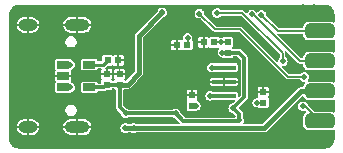
<source format=gbr>
%TF.GenerationSoftware,KiCad,Pcbnew,(6.0.2)*%
%TF.CreationDate,2022-04-18T15:37:34+08:00*%
%TF.ProjectId,ST-Link-Hulk,53542d4c-696e-46b2-9d48-756c6b2e6b69,V0.1*%
%TF.SameCoordinates,Original*%
%TF.FileFunction,Copper,L2,Bot*%
%TF.FilePolarity,Positive*%
%FSLAX46Y46*%
G04 Gerber Fmt 4.6, Leading zero omitted, Abs format (unit mm)*
G04 Created by KiCad (PCBNEW (6.0.2)) date 2022-04-18 15:37:34*
%MOMM*%
%LPD*%
G01*
G04 APERTURE LIST*
G04 Aperture macros list*
%AMRoundRect*
0 Rectangle with rounded corners*
0 $1 Rounding radius*
0 $2 $3 $4 $5 $6 $7 $8 $9 X,Y pos of 4 corners*
0 Add a 4 corners polygon primitive as box body*
4,1,4,$2,$3,$4,$5,$6,$7,$8,$9,$2,$3,0*
0 Add four circle primitives for the rounded corners*
1,1,$1+$1,$2,$3*
1,1,$1+$1,$4,$5*
1,1,$1+$1,$6,$7*
1,1,$1+$1,$8,$9*
0 Add four rect primitives between the rounded corners*
20,1,$1+$1,$2,$3,$4,$5,0*
20,1,$1+$1,$4,$5,$6,$7,0*
20,1,$1+$1,$6,$7,$8,$9,0*
20,1,$1+$1,$8,$9,$2,$3,0*%
G04 Aperture macros list end*
%TA.AperFunction,SMDPad,CuDef*%
%ADD10RoundRect,0.381000X-0.889000X-0.254000X0.889000X-0.254000X0.889000X0.254000X-0.889000X0.254000X0*%
%TD*%
%TA.AperFunction,ComponentPad*%
%ADD11O,2.100000X1.000000*%
%TD*%
%TA.AperFunction,ComponentPad*%
%ADD12O,1.600000X1.000000*%
%TD*%
%TA.AperFunction,SMDPad,CuDef*%
%ADD13R,0.600000X0.600000*%
%TD*%
%TA.AperFunction,SMDPad,CuDef*%
%ADD14R,1.060000X0.650000*%
%TD*%
%TA.AperFunction,SMDPad,CuDef*%
%ADD15R,2.000000X0.400000*%
%TD*%
%TA.AperFunction,ViaPad*%
%ADD16C,0.508000*%
%TD*%
%TA.AperFunction,Conductor*%
%ADD17C,0.254000*%
%TD*%
%TA.AperFunction,Conductor*%
%ADD18C,0.304800*%
%TD*%
%TA.AperFunction,Conductor*%
%ADD19C,0.381000*%
%TD*%
%TA.AperFunction,Conductor*%
%ADD20C,0.127000*%
%TD*%
G04 APERTURE END LIST*
D10*
%TO.P,J1,2,Pin_2*%
%TO.N,/TX*%
X26466600Y10110800D03*
%TO.P,J1,4,Pin_4*%
%TO.N,/RX*%
X26466600Y7570800D03*
%TO.P,J1,6,Pin_6*%
%TO.N,+5V*%
X26466600Y5030800D03*
%TO.P,J1,8,Pin_8*%
%TO.N,/nRST*%
X26466600Y2490800D03*
%TD*%
D11*
%TO.P,P1,S1,GND*%
%TO.N,GND*%
X5944600Y10620800D03*
X5944600Y1980800D03*
D12*
X1764600Y1980800D03*
X1764600Y10620800D03*
%TD*%
D13*
%TO.P,C2,1*%
%TO.N,GND*%
X9411400Y7621600D03*
%TO.P,C2,2*%
%TO.N,Net-(C2-Pad2)*%
X8511400Y7621600D03*
%TD*%
%TO.P,C3,1*%
%TO.N,GND*%
X8428000Y6471400D03*
%TO.P,C3,2*%
%TO.N,VCC*%
X8428000Y5571400D03*
%TD*%
%TO.P,C4,1*%
%TO.N,GND*%
X9520200Y6471400D03*
%TO.P,C4,2*%
%TO.N,VCC*%
X9520200Y5571400D03*
%TD*%
%TO.P,R1,1*%
%TO.N,Net-(R1-Pad1)*%
X18664200Y9163800D03*
%TO.P,R1,2*%
%TO.N,VCC*%
X18664200Y8263800D03*
%TD*%
%TO.P,R2,1*%
%TO.N,Net-(R1-Pad1)*%
X17539400Y9145600D03*
%TO.P,R2,2*%
%TO.N,GND*%
X16639400Y9145600D03*
%TD*%
%TO.P,R3,1*%
%TO.N,GND*%
X14353400Y8917000D03*
%TO.P,R3,2*%
%TO.N,Net-(R3-Pad2)*%
X15253400Y8917000D03*
%TD*%
%TO.P,R10,1*%
%TO.N,Net-(R10-Pad1)*%
X21686800Y4047400D03*
%TO.P,R10,2*%
%TO.N,GND*%
X21686800Y4947400D03*
%TD*%
%TO.P,R13,1*%
%TO.N,GND*%
X15641600Y4693400D03*
%TO.P,R13,2*%
%TO.N,Net-(R13-Pad2)*%
X15641600Y3793400D03*
%TD*%
D14*
%TO.P,U2,1,Vin*%
%TO.N,+5V*%
X4762600Y5350800D03*
%TO.P,U2,2,GND*%
%TO.N,GND*%
X4762600Y6300800D03*
%TO.P,U2,3,ON/~{OFF}*%
%TO.N,+5V*%
X4762600Y7250800D03*
%TO.P,U2,4,BYPASS*%
%TO.N,Net-(C2-Pad2)*%
X6962600Y7250800D03*
%TO.P,U2,5,Vout*%
%TO.N,VCC*%
X6962600Y5350800D03*
%TD*%
D15*
%TO.P,Y1,1*%
%TO.N,Net-(U1-Pad6)*%
X18359400Y7018200D03*
%TO.P,Y1,2*%
%TO.N,GND*%
X18359400Y5818200D03*
%TO.P,Y1,3*%
%TO.N,Net-(U1-Pad5)*%
X18359400Y4618200D03*
%TD*%
D16*
%TO.N,GND*%
X23769600Y9602800D03*
X25649200Y8866200D03*
X26360400Y8866200D03*
X19477000Y9679000D03*
X10536200Y4395800D03*
X14651000Y6656400D03*
X16225800Y7824800D03*
X26639800Y6300800D03*
X27401800Y3786200D03*
X19451600Y11126800D03*
X24023600Y12092000D03*
X20975600Y560400D03*
X25039600Y12117400D03*
X24658600Y535000D03*
X26639800Y3786200D03*
X25954000Y6300800D03*
X25700000Y535000D03*
X25979400Y12117400D03*
X26843000Y560400D03*
X27401800Y6300800D03*
X20772400Y2948000D03*
X16225800Y5437200D03*
X27401800Y1322400D03*
X16225800Y6707200D03*
X24455400Y7139000D03*
X17876800Y3329000D03*
X22525000Y535000D03*
X20874000Y9933000D03*
X23617200Y535000D03*
X14651000Y5437200D03*
X14727200Y4014800D03*
X27020800Y8866200D03*
X14651000Y7824800D03*
%TO.N,VCC*%
X18232400Y8282000D03*
X13127000Y11685600D03*
X10028200Y3125800D03*
X19654800Y2567000D03*
X19146800Y3583000D03*
X14270000Y3125800D03*
%TO.N,/TX*%
X21530616Y11489616D03*
%TO.N,/RX*%
X20697916Y11509516D03*
%TO.N,+5V*%
X10714000Y1906600D03*
X5329200Y5335600D03*
X5329200Y7266000D03*
X10002800Y1906600D03*
%TO.N,/nRST*%
X16276600Y11584000D03*
X25166600Y6224600D03*
X25039600Y3735400D03*
%TO.N,/JTCK*%
X17775200Y11634800D03*
X23337800Y7545400D03*
%TO.N,Net-(R1-Pad1)*%
X18105400Y9145600D03*
%TO.N,Net-(R3-Pad2)*%
X15272471Y9545018D03*
%TO.N,Net-(R10-Pad1)*%
X21178161Y4050800D03*
%TO.N,Net-(R13-Pad2)*%
X15971800Y3786200D03*
%TO.N,Net-(U1-Pad6)*%
X17318000Y7012000D03*
%TO.N,Net-(U1-Pad5)*%
X17192716Y4626116D03*
%TD*%
D17*
%TO.N,Net-(C2-Pad2)*%
X8140600Y7250800D02*
X8511400Y7621600D01*
X6962600Y7250800D02*
X8140600Y7250800D01*
D18*
%TO.N,VCC*%
X20086600Y4522800D02*
X20086600Y7799400D01*
D19*
X10201200Y5571400D02*
X9520200Y5571400D01*
D18*
X19553200Y2465400D02*
X19654800Y2567000D01*
X20086600Y7799400D02*
X19604000Y8282000D01*
X19654800Y3075000D02*
X19654800Y2567000D01*
X19146800Y3583000D02*
X19654800Y3075000D01*
X19604000Y8282000D02*
X18232400Y8282000D01*
D19*
X11145800Y6516000D02*
X10201200Y5571400D01*
D18*
X8428000Y5571400D02*
X9520200Y5571400D01*
X8207400Y5350800D02*
X8428000Y5571400D01*
X9520200Y5571400D02*
X9520200Y3633800D01*
D19*
X11145800Y9704400D02*
X11145800Y6516000D01*
D18*
X9520200Y3633800D02*
X10028200Y3125800D01*
X19146800Y3583000D02*
X20086600Y4522800D01*
X18250600Y8263800D02*
X18232400Y8282000D01*
X14270000Y3125800D02*
X14930400Y2465400D01*
X18664200Y8263800D02*
X18250600Y8263800D01*
X6962600Y5350800D02*
X8207400Y5350800D01*
X10028200Y3125800D02*
X14270000Y3125800D01*
D19*
X13127000Y11685600D02*
X11145800Y9704400D01*
D18*
X14930400Y2465400D02*
X19553200Y2465400D01*
D20*
%TO.N,/TX*%
X26466600Y10110800D02*
X22909432Y10110800D01*
X22909432Y10110800D02*
X21530616Y11489616D01*
%TO.N,/RX*%
X24785600Y7570800D02*
X20846884Y11509516D01*
X20846884Y11509516D02*
X20697916Y11509516D01*
X26466600Y7570800D02*
X24785600Y7570800D01*
D19*
%TO.N,+5V*%
X26466600Y5030800D02*
X24912600Y5030800D01*
X10714000Y1906600D02*
X10002800Y1906600D01*
X24912600Y5030800D02*
X21788400Y1906600D01*
X21788400Y1906600D02*
X10714000Y1906600D01*
D20*
%TO.N,/nRST*%
X16276600Y11584000D02*
X17597400Y10263200D01*
X25222000Y3735400D02*
X25039600Y3735400D01*
X19756400Y10263200D02*
X23795000Y6224600D01*
X17597400Y10263200D02*
X19756400Y10263200D01*
X26466600Y2490800D02*
X25222000Y3735400D01*
X23795000Y6224600D02*
X25166600Y6224600D01*
%TO.N,/JTCK*%
X23337800Y7545400D02*
X23337800Y8205800D01*
X19908800Y11634800D02*
X17775200Y11634800D01*
X23337800Y8205800D02*
X19908800Y11634800D01*
%TO.N,Net-(R1-Pad1)*%
X18646000Y9145600D02*
X18664200Y9163800D01*
X17539400Y9145600D02*
X18105400Y9145600D01*
X18105400Y9145600D02*
X18646000Y9145600D01*
%TO.N,Net-(R3-Pad2)*%
X15272471Y9545018D02*
X15272471Y8936071D01*
X15272471Y8936071D02*
X15253400Y8917000D01*
%TO.N,Net-(R10-Pad1)*%
X21178161Y4050800D02*
X21683400Y4050800D01*
X21683400Y4050800D02*
X21686800Y4047400D01*
%TO.N,Net-(R13-Pad2)*%
X15971800Y3786200D02*
X15648800Y3786200D01*
X15648800Y3786200D02*
X15641600Y3793400D01*
%TO.N,Net-(U1-Pad6)*%
X18359400Y7018200D02*
X17324200Y7018200D01*
X17324200Y7018200D02*
X17318000Y7012000D01*
%TO.N,Net-(U1-Pad5)*%
X18359400Y4618200D02*
X17200632Y4618200D01*
X17200632Y4618200D02*
X17192716Y4626116D01*
%TD*%
%TA.AperFunction,Conductor*%
%TO.N,GND*%
G36*
X26873895Y12345039D02*
G01*
X26884400Y12342224D01*
X26893963Y12344786D01*
X26903865Y12344786D01*
X26903865Y12344090D01*
X26912688Y12344814D01*
X27042390Y12332040D01*
X27056846Y12329164D01*
X27201682Y12285229D01*
X27215293Y12279591D01*
X27282668Y12243578D01*
X27348771Y12208245D01*
X27361027Y12200056D01*
X27478022Y12104040D01*
X27488440Y12093622D01*
X27584367Y11976735D01*
X27584455Y11976628D01*
X27592645Y11964372D01*
X27663991Y11830893D01*
X27669629Y11817282D01*
X27709574Y11685600D01*
X27713564Y11672447D01*
X27716440Y11657990D01*
X27723395Y11587376D01*
X27729214Y11528289D01*
X27728490Y11519465D01*
X27729186Y11519465D01*
X27729186Y11509563D01*
X27726624Y11500000D01*
X27729439Y11489495D01*
X27732000Y11470038D01*
X27732000Y10899186D01*
X27714407Y10850848D01*
X27669858Y10825128D01*
X27621334Y10833422D01*
X27620158Y10834315D01*
X27615391Y10836202D01*
X27615390Y10836203D01*
X27560142Y10858077D01*
X27484150Y10888164D01*
X27397084Y10898700D01*
X25536116Y10898700D01*
X25449050Y10888164D01*
X25373058Y10858077D01*
X25317810Y10836203D01*
X25317809Y10836202D01*
X25313042Y10834315D01*
X25196526Y10745874D01*
X25108085Y10629358D01*
X25054236Y10493350D01*
X25043700Y10406284D01*
X25043700Y10402400D01*
X25043584Y10402080D01*
X25043564Y10401756D01*
X25043468Y10401762D01*
X25026107Y10354062D01*
X24981558Y10328342D01*
X24968500Y10327200D01*
X23030215Y10327200D01*
X22981877Y10344793D01*
X22977041Y10349226D01*
X21955198Y11371069D01*
X21933458Y11417689D01*
X21934098Y11436006D01*
X21941662Y11483769D01*
X21942588Y11489616D01*
X21922425Y11616922D01*
X21890411Y11679753D01*
X21866597Y11726490D01*
X21866596Y11726491D01*
X21863908Y11731767D01*
X21772767Y11822908D01*
X21766403Y11826151D01*
X21677059Y11871674D01*
X21657922Y11881425D01*
X21530616Y11901588D01*
X21403310Y11881425D01*
X21384173Y11871674D01*
X21294830Y11826151D01*
X21288465Y11822908D01*
X21197324Y11731767D01*
X21194634Y11726488D01*
X21194632Y11726485D01*
X21186339Y11710210D01*
X21148719Y11675128D01*
X21097349Y11672436D01*
X21056268Y11703394D01*
X21052333Y11710209D01*
X21033899Y11746388D01*
X21033895Y11746393D01*
X21031208Y11751667D01*
X20940067Y11842808D01*
X20914703Y11855732D01*
X20864835Y11881141D01*
X20825222Y11901325D01*
X20697916Y11921488D01*
X20570610Y11901325D01*
X20530997Y11881141D01*
X20481130Y11855732D01*
X20455765Y11842808D01*
X20364624Y11751667D01*
X20361937Y11746393D01*
X20361933Y11746388D01*
X20321605Y11667240D01*
X20283984Y11632159D01*
X20232615Y11629467D01*
X20201428Y11648207D01*
X20067239Y11782396D01*
X20064528Y11785252D01*
X20044128Y11807909D01*
X20038839Y11813783D01*
X20017778Y11823160D01*
X20007408Y11828791D01*
X19994712Y11837036D01*
X19994711Y11837036D01*
X19988084Y11841340D01*
X19980279Y11842576D01*
X19979821Y11842752D01*
X19962502Y11847882D01*
X19962018Y11847985D01*
X19954797Y11851200D01*
X19931752Y11851200D01*
X19919988Y11852126D01*
X19905027Y11854496D01*
X19905025Y11854496D01*
X19897221Y11855732D01*
X19889586Y11853686D01*
X19889106Y11853661D01*
X19870406Y11851200D01*
X18164373Y11851200D01*
X18116035Y11868793D01*
X18108570Y11876798D01*
X18108492Y11876951D01*
X18017351Y11968092D01*
X18011837Y11970902D01*
X17962634Y11995972D01*
X17902506Y12026609D01*
X17775200Y12046772D01*
X17647894Y12026609D01*
X17587766Y11995972D01*
X17538564Y11970902D01*
X17533049Y11968092D01*
X17441908Y11876951D01*
X17439220Y11871675D01*
X17439219Y11871674D01*
X17423763Y11841340D01*
X17383391Y11762106D01*
X17363228Y11634800D01*
X17383391Y11507494D01*
X17441908Y11392649D01*
X17533049Y11301508D01*
X17538325Y11298820D01*
X17538326Y11298819D01*
X17586114Y11274470D01*
X17647894Y11242991D01*
X17775200Y11222828D01*
X17902506Y11242991D01*
X17964286Y11274470D01*
X18012074Y11298819D01*
X18012075Y11298820D01*
X18017351Y11301508D01*
X18108492Y11392649D01*
X18109628Y11391513D01*
X18146189Y11416168D01*
X18164373Y11418400D01*
X19788016Y11418400D01*
X19836354Y11400807D01*
X19841190Y11396374D01*
X23099374Y8138190D01*
X23121114Y8091570D01*
X23121400Y8085016D01*
X23121400Y7934573D01*
X23103807Y7886235D01*
X23095802Y7878770D01*
X23095649Y7878692D01*
X23004508Y7787551D01*
X23001820Y7782275D01*
X23001819Y7782274D01*
X22984526Y7748335D01*
X22945991Y7672706D01*
X22945065Y7666859D01*
X22929009Y7565484D01*
X22904071Y7520494D01*
X22856048Y7502059D01*
X22807410Y7518806D01*
X22801561Y7524074D01*
X19914839Y10410796D01*
X19912128Y10413652D01*
X19891728Y10436309D01*
X19886439Y10442183D01*
X19865378Y10451560D01*
X19855008Y10457191D01*
X19842312Y10465436D01*
X19842311Y10465436D01*
X19835684Y10469740D01*
X19827879Y10470976D01*
X19827421Y10471152D01*
X19810102Y10476282D01*
X19809618Y10476385D01*
X19802397Y10479600D01*
X19779352Y10479600D01*
X19767588Y10480526D01*
X19752627Y10482896D01*
X19752625Y10482896D01*
X19744821Y10484132D01*
X19737186Y10482086D01*
X19736706Y10482061D01*
X19718006Y10479600D01*
X17718184Y10479600D01*
X17669846Y10497193D01*
X17665010Y10501626D01*
X16701182Y11465454D01*
X16679442Y11512074D01*
X16680082Y11530391D01*
X16687646Y11578153D01*
X16688572Y11584000D01*
X16668409Y11711306D01*
X16636906Y11773133D01*
X16612581Y11820874D01*
X16612580Y11820875D01*
X16609892Y11826151D01*
X16518751Y11917292D01*
X16512334Y11920562D01*
X16465686Y11944330D01*
X16403906Y11975809D01*
X16276600Y11995972D01*
X16149294Y11975809D01*
X16087514Y11944330D01*
X16040867Y11920562D01*
X16034449Y11917292D01*
X15943308Y11826151D01*
X15940620Y11820875D01*
X15940619Y11820874D01*
X15916294Y11773133D01*
X15884791Y11711306D01*
X15864628Y11584000D01*
X15865554Y11578153D01*
X15869963Y11550318D01*
X15884791Y11456694D01*
X15887478Y11451421D01*
X15928420Y11371069D01*
X15943308Y11341849D01*
X16034449Y11250708D01*
X16039725Y11248020D01*
X16039726Y11248019D01*
X16068449Y11233384D01*
X16149294Y11192191D01*
X16276600Y11172028D01*
X16282447Y11172954D01*
X16330209Y11180518D01*
X16380704Y11170702D01*
X16395146Y11159418D01*
X17438970Y10115594D01*
X17441680Y10112739D01*
X17467361Y10084217D01*
X17488416Y10074843D01*
X17498788Y10069212D01*
X17518116Y10056660D01*
X17525925Y10055423D01*
X17526384Y10055247D01*
X17543698Y10050118D01*
X17544182Y10050015D01*
X17551403Y10046800D01*
X17574448Y10046800D01*
X17586213Y10045874D01*
X17608979Y10042268D01*
X17616614Y10044314D01*
X17617112Y10044340D01*
X17635791Y10046800D01*
X19635616Y10046800D01*
X19683954Y10029207D01*
X19688790Y10024774D01*
X23636570Y6076994D01*
X23639280Y6074139D01*
X23664961Y6045617D01*
X23686016Y6036243D01*
X23696388Y6030612D01*
X23715716Y6018060D01*
X23723525Y6016823D01*
X23723984Y6016647D01*
X23741298Y6011518D01*
X23741782Y6011415D01*
X23749003Y6008200D01*
X23772048Y6008200D01*
X23783812Y6007274D01*
X23798773Y6004904D01*
X23798775Y6004904D01*
X23806579Y6003668D01*
X23814214Y6005714D01*
X23814694Y6005739D01*
X23833394Y6008200D01*
X24777427Y6008200D01*
X24825765Y5990607D01*
X24833230Y5982602D01*
X24833308Y5982449D01*
X24924449Y5891308D01*
X24929725Y5888620D01*
X24929726Y5888619D01*
X24966021Y5870126D01*
X25039294Y5832791D01*
X25045141Y5831865D01*
X25160753Y5813554D01*
X25166600Y5812628D01*
X25169094Y5813023D01*
X25215973Y5795961D01*
X25241693Y5751412D01*
X25232760Y5700754D01*
X25213101Y5678456D01*
X25196526Y5665874D01*
X25108085Y5549358D01*
X25071542Y5457059D01*
X25057549Y5421717D01*
X25023397Y5383251D01*
X24987630Y5374200D01*
X24930870Y5374200D01*
X24924316Y5374486D01*
X24888763Y5377597D01*
X24888761Y5377597D01*
X24882209Y5378170D01*
X24875853Y5376467D01*
X24841365Y5367227D01*
X24834963Y5365808D01*
X24820598Y5363275D01*
X24793339Y5358468D01*
X24787640Y5355178D01*
X24784440Y5354013D01*
X24774665Y5349965D01*
X24771585Y5348529D01*
X24765234Y5346827D01*
X24759846Y5343054D01*
X24759843Y5343053D01*
X24730600Y5322578D01*
X24725071Y5319055D01*
X24694159Y5301207D01*
X24694156Y5301205D01*
X24688462Y5297917D01*
X24684236Y5292881D01*
X24684234Y5292879D01*
X24661291Y5265536D01*
X24656859Y5260700D01*
X21668185Y2272026D01*
X21621565Y2250286D01*
X21615011Y2250000D01*
X20072670Y2250000D01*
X20024332Y2267593D01*
X19998612Y2312142D01*
X20005667Y2359340D01*
X20043920Y2434415D01*
X20043921Y2434419D01*
X20046609Y2439694D01*
X20066772Y2567000D01*
X20046609Y2694306D01*
X20000902Y2784010D01*
X19990781Y2803874D01*
X19990780Y2803875D01*
X19988092Y2809151D01*
X19982126Y2815117D01*
X19981256Y2816983D01*
X19980429Y2818121D01*
X19980650Y2818282D01*
X19960386Y2861737D01*
X19960100Y2868291D01*
X19960100Y3019568D01*
X19960508Y3025124D01*
X19962055Y3029629D01*
X19960153Y3080301D01*
X19960100Y3083122D01*
X19960100Y3103393D01*
X19959465Y3106803D01*
X19959147Y3110247D01*
X19959324Y3110263D01*
X19958874Y3114383D01*
X19958050Y3136343D01*
X19958049Y3136346D01*
X19957789Y3143282D01*
X19955048Y3149663D01*
X19952058Y3156623D01*
X19947224Y3172535D01*
X19945836Y3179984D01*
X19945835Y3179986D01*
X19944564Y3186811D01*
X19940922Y3192720D01*
X19940921Y3192722D01*
X19929387Y3211434D01*
X19924309Y3221210D01*
X19914992Y3242897D01*
X19914990Y3242900D01*
X19912894Y3247779D01*
X19908815Y3252744D01*
X19902284Y3259275D01*
X19891443Y3272989D01*
X19888529Y3277717D01*
X19888528Y3277718D01*
X19884885Y3283628D01*
X19859904Y3302624D01*
X19852257Y3309302D01*
X19631733Y3529826D01*
X19609993Y3576446D01*
X19623307Y3626133D01*
X19631733Y3636174D01*
X19924901Y3929341D01*
X20046360Y4050800D01*
X20766189Y4050800D01*
X20767115Y4044953D01*
X20770580Y4023074D01*
X20786352Y3923494D01*
X20812326Y3872517D01*
X20842118Y3814049D01*
X20844869Y3808649D01*
X20936010Y3717508D01*
X20941286Y3714820D01*
X20941287Y3714819D01*
X20961620Y3704459D01*
X21050855Y3658991D01*
X21178161Y3638828D01*
X21226630Y3646505D01*
X21280171Y3634757D01*
X21327142Y3603372D01*
X21371743Y3594500D01*
X21686757Y3594500D01*
X22001856Y3594501D01*
X22046458Y3603372D01*
X22097034Y3637166D01*
X22111617Y3658991D01*
X22126713Y3681583D01*
X22126714Y3681584D01*
X22130828Y3687742D01*
X22139700Y3732343D01*
X22139699Y4362456D01*
X22130828Y4407058D01*
X22098079Y4456070D01*
X22085852Y4506036D01*
X22098079Y4539629D01*
X22126242Y4581777D01*
X22131803Y4595202D01*
X22138479Y4628763D01*
X22139200Y4636084D01*
X22139200Y4857941D01*
X22135503Y4868098D01*
X22130131Y4871200D01*
X21247659Y4871200D01*
X21237502Y4867503D01*
X21234400Y4862131D01*
X21234400Y4636084D01*
X21235121Y4628763D01*
X21241797Y4595202D01*
X21247359Y4581775D01*
X21249330Y4578824D01*
X21261556Y4528859D01*
X21238804Y4482724D01*
X21186803Y4461846D01*
X21184008Y4461846D01*
X21178161Y4462772D01*
X21172314Y4461846D01*
X21114508Y4452691D01*
X21050855Y4442609D01*
X21045581Y4439922D01*
X21045582Y4439922D01*
X20951880Y4392178D01*
X20936010Y4384092D01*
X20844869Y4292951D01*
X20842181Y4287675D01*
X20842180Y4287674D01*
X20819119Y4242414D01*
X20786352Y4178106D01*
X20766189Y4050800D01*
X20046360Y4050800D01*
X20263281Y4267721D01*
X20267499Y4271362D01*
X20271780Y4273455D01*
X20306276Y4310642D01*
X20308233Y4312673D01*
X20322557Y4326997D01*
X20324518Y4329855D01*
X20326733Y4332521D01*
X20326878Y4332401D01*
X20329463Y4335638D01*
X20344407Y4351748D01*
X20349128Y4356837D01*
X20354508Y4370321D01*
X20362342Y4384994D01*
X20366630Y4391245D01*
X20370556Y4396968D01*
X20377234Y4425108D01*
X20380556Y4435611D01*
X20383718Y4443535D01*
X20391273Y4462473D01*
X20391900Y4468868D01*
X20391900Y4478108D01*
X20393932Y4495472D01*
X20394724Y4498810D01*
X20396817Y4507628D01*
X20392587Y4538709D01*
X20391900Y4548850D01*
X20391900Y5036859D01*
X21234400Y5036859D01*
X21238097Y5026702D01*
X21243469Y5023600D01*
X21597341Y5023600D01*
X21607498Y5027297D01*
X21610600Y5032669D01*
X21610600Y5036859D01*
X21763000Y5036859D01*
X21766697Y5026702D01*
X21772069Y5023600D01*
X22125941Y5023600D01*
X22136098Y5027297D01*
X22139200Y5032669D01*
X22139200Y5258716D01*
X22138479Y5266037D01*
X22131803Y5299598D01*
X22126242Y5313023D01*
X22100786Y5351120D01*
X22090520Y5361386D01*
X22052423Y5386842D01*
X22038998Y5392403D01*
X22005437Y5399079D01*
X21998116Y5399800D01*
X21776259Y5399800D01*
X21766102Y5396103D01*
X21763000Y5390731D01*
X21763000Y5036859D01*
X21610600Y5036859D01*
X21610600Y5386541D01*
X21606903Y5396698D01*
X21601531Y5399800D01*
X21375484Y5399800D01*
X21368163Y5399079D01*
X21334602Y5392403D01*
X21321177Y5386842D01*
X21283080Y5361386D01*
X21272814Y5351120D01*
X21247358Y5313023D01*
X21241797Y5299598D01*
X21235121Y5266037D01*
X21234400Y5258716D01*
X21234400Y5036859D01*
X20391900Y5036859D01*
X20391900Y7743968D01*
X20392308Y7749524D01*
X20393855Y7754029D01*
X20392440Y7791741D01*
X20391953Y7804701D01*
X20391900Y7807522D01*
X20391900Y7827793D01*
X20391265Y7831203D01*
X20390947Y7834647D01*
X20391124Y7834663D01*
X20390674Y7838783D01*
X20389850Y7860743D01*
X20389849Y7860746D01*
X20389589Y7867682D01*
X20386848Y7874063D01*
X20383858Y7881023D01*
X20379024Y7896935D01*
X20377636Y7904384D01*
X20377635Y7904386D01*
X20376364Y7911211D01*
X20372722Y7917120D01*
X20372721Y7917122D01*
X20361187Y7935834D01*
X20356109Y7945610D01*
X20346792Y7967297D01*
X20346790Y7967300D01*
X20344694Y7972179D01*
X20340615Y7977144D01*
X20334084Y7983675D01*
X20323243Y7997389D01*
X20320329Y8002117D01*
X20320328Y8002118D01*
X20316685Y8008028D01*
X20291704Y8027024D01*
X20284057Y8033702D01*
X19859079Y8458681D01*
X19855438Y8462899D01*
X19853345Y8467180D01*
X19816158Y8501676D01*
X19814127Y8503633D01*
X19799803Y8517957D01*
X19796945Y8519918D01*
X19794279Y8522133D01*
X19794399Y8522278D01*
X19791162Y8524863D01*
X19775052Y8539807D01*
X19769963Y8544528D01*
X19763514Y8547101D01*
X19756479Y8549908D01*
X19741806Y8557742D01*
X19735555Y8562030D01*
X19735556Y8562030D01*
X19729832Y8565956D01*
X19723081Y8567558D01*
X19723079Y8567559D01*
X19701693Y8572634D01*
X19691194Y8575954D01*
X19664327Y8586673D01*
X19657932Y8587300D01*
X19648692Y8587300D01*
X19631330Y8589332D01*
X19619172Y8592217D01*
X19612294Y8591281D01*
X19612293Y8591281D01*
X19588091Y8587987D01*
X19577950Y8587300D01*
X19171888Y8587300D01*
X19123550Y8604893D01*
X19109375Y8624224D01*
X19108228Y8623458D01*
X19075779Y8672021D01*
X19063552Y8721987D01*
X19075779Y8755579D01*
X19104113Y8797983D01*
X19104114Y8797984D01*
X19108228Y8804142D01*
X19117100Y8848743D01*
X19117099Y9478856D01*
X19108228Y9523458D01*
X19074434Y9574034D01*
X19058410Y9584741D01*
X19030017Y9603713D01*
X19030016Y9603714D01*
X19023858Y9607828D01*
X18979257Y9616700D01*
X18664243Y9616700D01*
X18349144Y9616699D01*
X18304542Y9607828D01*
X18253966Y9574034D01*
X18249852Y9567877D01*
X18248299Y9566324D01*
X18201679Y9544584D01*
X18183363Y9545224D01*
X18105400Y9557572D01*
X18005511Y9541751D01*
X17955017Y9551566D01*
X17949721Y9555704D01*
X17949634Y9555834D01*
X17933935Y9566324D01*
X17905217Y9585513D01*
X17905216Y9585514D01*
X17899058Y9589628D01*
X17872565Y9594898D01*
X17858082Y9597779D01*
X17858081Y9597779D01*
X17854457Y9598500D01*
X17539443Y9598500D01*
X17224344Y9598499D01*
X17179742Y9589628D01*
X17173584Y9585513D01*
X17173582Y9585512D01*
X17130730Y9556879D01*
X17080764Y9544652D01*
X17047171Y9556879D01*
X17005023Y9585042D01*
X16991598Y9590603D01*
X16958037Y9597279D01*
X16950716Y9598000D01*
X16728859Y9598000D01*
X16718702Y9594303D01*
X16715600Y9588931D01*
X16715600Y8706459D01*
X16719297Y8696302D01*
X16724669Y8693200D01*
X16950716Y8693200D01*
X16958037Y8693921D01*
X16991598Y8700597D01*
X17005023Y8706158D01*
X17047171Y8734321D01*
X17097136Y8746548D01*
X17130730Y8734321D01*
X17173583Y8705687D01*
X17173584Y8705686D01*
X17179742Y8701572D01*
X17187006Y8700127D01*
X17218205Y8693921D01*
X17224343Y8692700D01*
X17539357Y8692700D01*
X17854456Y8692701D01*
X17858080Y8693422D01*
X17858082Y8693422D01*
X17863453Y8694490D01*
X17877462Y8697277D01*
X17928302Y8689452D01*
X17962218Y8650777D01*
X17963340Y8599349D01*
X17945305Y8570348D01*
X17899108Y8524151D01*
X17896420Y8518875D01*
X17896419Y8518874D01*
X17888139Y8502624D01*
X17840591Y8409306D01*
X17839665Y8403459D01*
X17821387Y8288052D01*
X17820428Y8282000D01*
X17840591Y8154694D01*
X17843278Y8149421D01*
X17888310Y8061042D01*
X17899108Y8039849D01*
X17990249Y7948708D01*
X17995525Y7946020D01*
X17995526Y7946019D01*
X18006874Y7940237D01*
X18105094Y7890191D01*
X18110941Y7889265D01*
X18216759Y7872505D01*
X18253957Y7853553D01*
X18253966Y7853566D01*
X18260123Y7849452D01*
X18260124Y7849451D01*
X18298383Y7823887D01*
X18298384Y7823886D01*
X18304542Y7819772D01*
X18349143Y7810900D01*
X18664157Y7810900D01*
X18979256Y7810901D01*
X19023858Y7819772D01*
X19074434Y7853566D01*
X19080337Y7862400D01*
X19104113Y7897983D01*
X19104114Y7897984D01*
X19108228Y7904142D01*
X19110621Y7916172D01*
X19137308Y7960148D01*
X19184376Y7976700D01*
X19446393Y7976700D01*
X19494731Y7959107D01*
X19499567Y7954674D01*
X19759274Y7694967D01*
X19781014Y7648347D01*
X19781300Y7641793D01*
X19781300Y4680407D01*
X19763707Y4632069D01*
X19759274Y4627233D01*
X19640674Y4508633D01*
X19594054Y4486893D01*
X19544367Y4500207D01*
X19514862Y4542344D01*
X19512300Y4561807D01*
X19512299Y4829559D01*
X19512299Y4833256D01*
X19503428Y4877858D01*
X19469634Y4928434D01*
X19450895Y4940955D01*
X19425217Y4958113D01*
X19425216Y4958114D01*
X19419058Y4962228D01*
X19374457Y4971100D01*
X19040977Y4971100D01*
X17429977Y4971099D01*
X17395837Y4979295D01*
X17342448Y5006498D01*
X17320022Y5017925D01*
X17192716Y5038088D01*
X17065410Y5017925D01*
X17039486Y5004716D01*
X16956100Y4962228D01*
X16950565Y4959408D01*
X16859424Y4868267D01*
X16856736Y4862991D01*
X16856735Y4862990D01*
X16843433Y4836884D01*
X16800907Y4753422D01*
X16780744Y4626116D01*
X16781670Y4620269D01*
X16787767Y4581775D01*
X16800907Y4498810D01*
X16829071Y4443535D01*
X16855715Y4391245D01*
X16859424Y4383965D01*
X16950565Y4292824D01*
X16955841Y4290136D01*
X16955842Y4290135D01*
X16999832Y4267721D01*
X17065410Y4234307D01*
X17192716Y4214144D01*
X17320022Y4234307D01*
X17325296Y4236994D01*
X17364764Y4257104D01*
X17398904Y4265300D01*
X17584533Y4265300D01*
X19215793Y4265301D01*
X19264131Y4247708D01*
X19289851Y4203159D01*
X19280918Y4152501D01*
X19268967Y4136927D01*
X19140566Y4008526D01*
X19099156Y3987426D01*
X19019494Y3974809D01*
X19014220Y3972122D01*
X19014221Y3972122D01*
X18918784Y3923494D01*
X18904649Y3916292D01*
X18813508Y3825151D01*
X18810820Y3819875D01*
X18810819Y3819874D01*
X18796315Y3791409D01*
X18754991Y3710306D01*
X18754065Y3704459D01*
X18736650Y3594501D01*
X18734828Y3583000D01*
X18754991Y3455694D01*
X18767531Y3431083D01*
X18809902Y3347927D01*
X18813508Y3340849D01*
X18904649Y3249708D01*
X18909925Y3247020D01*
X18909926Y3247019D01*
X18941663Y3230848D01*
X19019494Y3191191D01*
X19025341Y3190265D01*
X19099157Y3178574D01*
X19140567Y3157474D01*
X19327474Y2970567D01*
X19349214Y2923947D01*
X19349500Y2917393D01*
X19349500Y2868291D01*
X19331907Y2819953D01*
X19327474Y2815117D01*
X19321508Y2809151D01*
X19318820Y2803876D01*
X19317237Y2801697D01*
X19274591Y2772933D01*
X19256400Y2770700D01*
X15088008Y2770700D01*
X15039670Y2788293D01*
X15034834Y2792726D01*
X14695526Y3132034D01*
X14674426Y3173444D01*
X14662735Y3247259D01*
X14661809Y3253106D01*
X14614846Y3345275D01*
X14605981Y3362674D01*
X14605980Y3362675D01*
X14603292Y3367951D01*
X14512151Y3459092D01*
X14488838Y3470971D01*
X14402579Y3514922D01*
X14402580Y3514922D01*
X14397306Y3517609D01*
X14270000Y3537772D01*
X14142694Y3517609D01*
X14137420Y3514922D01*
X14137421Y3514922D01*
X14051163Y3470971D01*
X14027849Y3459092D01*
X14021883Y3453126D01*
X14020017Y3452256D01*
X14018879Y3451429D01*
X14018718Y3451650D01*
X13975263Y3431386D01*
X13968709Y3431100D01*
X10329491Y3431100D01*
X10281153Y3448693D01*
X10276317Y3453126D01*
X10270351Y3459092D01*
X10247038Y3470971D01*
X10160779Y3514922D01*
X10160780Y3514922D01*
X10155506Y3517609D01*
X10127851Y3521989D01*
X10075844Y3530226D01*
X10034433Y3551326D01*
X9847525Y3738235D01*
X9825786Y3784855D01*
X9825500Y3791409D01*
X9825500Y4108457D01*
X15188700Y4108457D01*
X15188701Y3478344D01*
X15197572Y3433742D01*
X15231366Y3383166D01*
X15237523Y3379052D01*
X15275783Y3353487D01*
X15275784Y3353486D01*
X15281942Y3349372D01*
X15326543Y3340500D01*
X15641557Y3340500D01*
X15956656Y3340501D01*
X16001258Y3349372D01*
X16045447Y3378898D01*
X16075461Y3390646D01*
X16099106Y3394391D01*
X16164246Y3427582D01*
X16208674Y3450219D01*
X16208675Y3450220D01*
X16213951Y3452908D01*
X16305092Y3544049D01*
X16309234Y3552177D01*
X16353385Y3638828D01*
X16363609Y3658894D01*
X16383772Y3786200D01*
X16380217Y3808649D01*
X16364535Y3907659D01*
X16363609Y3913506D01*
X16323997Y3991248D01*
X16307781Y4023074D01*
X16307780Y4023075D01*
X16305092Y4028351D01*
X16213951Y4119492D01*
X16204080Y4124522D01*
X16104381Y4175321D01*
X16104382Y4175321D01*
X16099106Y4178009D01*
X16095259Y4178618D01*
X16055454Y4209718D01*
X16044759Y4260034D01*
X16056701Y4291347D01*
X16081041Y4327774D01*
X16086603Y4341202D01*
X16093279Y4374763D01*
X16094000Y4382084D01*
X16094000Y4603941D01*
X16090303Y4614098D01*
X16084931Y4617200D01*
X15202459Y4617200D01*
X15192302Y4613503D01*
X15189200Y4608131D01*
X15189200Y4382084D01*
X15189921Y4374763D01*
X15196597Y4341202D01*
X15202158Y4327777D01*
X15230321Y4285629D01*
X15242548Y4235664D01*
X15230321Y4202070D01*
X15214309Y4178106D01*
X15197572Y4153058D01*
X15188700Y4108457D01*
X9825500Y4108457D01*
X9825500Y4782859D01*
X15189200Y4782859D01*
X15192897Y4772702D01*
X15198269Y4769600D01*
X15552141Y4769600D01*
X15562298Y4773297D01*
X15565400Y4778669D01*
X15565400Y4782859D01*
X15717800Y4782859D01*
X15721497Y4772702D01*
X15726869Y4769600D01*
X16080741Y4769600D01*
X16090898Y4773297D01*
X16094000Y4778669D01*
X16094000Y5004716D01*
X16093279Y5012037D01*
X16086603Y5045598D01*
X16081042Y5059023D01*
X16055586Y5097120D01*
X16045320Y5107386D01*
X16007223Y5132842D01*
X15993798Y5138403D01*
X15960237Y5145079D01*
X15952916Y5145800D01*
X15731059Y5145800D01*
X15720902Y5142103D01*
X15717800Y5136731D01*
X15717800Y4782859D01*
X15565400Y4782859D01*
X15565400Y5132541D01*
X15561703Y5142698D01*
X15556331Y5145800D01*
X15330284Y5145800D01*
X15322963Y5145079D01*
X15289402Y5138403D01*
X15275977Y5132842D01*
X15237880Y5107386D01*
X15227614Y5097120D01*
X15202158Y5059023D01*
X15196597Y5045598D01*
X15189921Y5012037D01*
X15189200Y5004716D01*
X15189200Y4782859D01*
X9825500Y4782859D01*
X9825500Y5056174D01*
X9843093Y5104512D01*
X9871923Y5125650D01*
X9872591Y5125927D01*
X9879858Y5127372D01*
X9930434Y5161166D01*
X9952760Y5194579D01*
X9994243Y5224996D01*
X10015286Y5228000D01*
X10182930Y5228000D01*
X10189484Y5227714D01*
X10225037Y5224603D01*
X10225039Y5224603D01*
X10231591Y5224030D01*
X10237947Y5225733D01*
X10272435Y5234973D01*
X10278837Y5236392D01*
X10293202Y5238925D01*
X10320461Y5243732D01*
X10326160Y5247022D01*
X10329360Y5248187D01*
X10339135Y5252235D01*
X10342215Y5253671D01*
X10348566Y5255373D01*
X10353954Y5259146D01*
X10353957Y5259147D01*
X10383200Y5279622D01*
X10388729Y5283145D01*
X10419641Y5300993D01*
X10419644Y5300995D01*
X10425338Y5304283D01*
X10429564Y5309319D01*
X10429566Y5309321D01*
X10452509Y5336664D01*
X10456941Y5341500D01*
X10722325Y5606884D01*
X17207000Y5606884D01*
X17207721Y5599563D01*
X17214397Y5566002D01*
X17219958Y5552577D01*
X17245414Y5514480D01*
X17255680Y5504214D01*
X17293777Y5478758D01*
X17307202Y5473197D01*
X17340763Y5466521D01*
X17348084Y5465800D01*
X18269941Y5465800D01*
X18280098Y5469497D01*
X18283200Y5474869D01*
X18283200Y5479059D01*
X18435600Y5479059D01*
X18439297Y5468902D01*
X18444669Y5465800D01*
X19370716Y5465800D01*
X19378037Y5466521D01*
X19411598Y5473197D01*
X19425023Y5478758D01*
X19463120Y5504214D01*
X19473386Y5514480D01*
X19498842Y5552577D01*
X19504403Y5566002D01*
X19511079Y5599563D01*
X19511800Y5606884D01*
X19511800Y5728741D01*
X19508103Y5738898D01*
X19502731Y5742000D01*
X18448859Y5742000D01*
X18438702Y5738303D01*
X18435600Y5732931D01*
X18435600Y5479059D01*
X18283200Y5479059D01*
X18283200Y5728741D01*
X18279503Y5738898D01*
X18274131Y5742000D01*
X17220259Y5742000D01*
X17210102Y5738303D01*
X17207000Y5732931D01*
X17207000Y5606884D01*
X10722325Y5606884D01*
X11023100Y5907659D01*
X17207000Y5907659D01*
X17210697Y5897502D01*
X17216069Y5894400D01*
X18269941Y5894400D01*
X18280098Y5898097D01*
X18283200Y5903469D01*
X18283200Y5907659D01*
X18435600Y5907659D01*
X18439297Y5897502D01*
X18444669Y5894400D01*
X19498541Y5894400D01*
X19508698Y5898097D01*
X19511800Y5903469D01*
X19511800Y6029516D01*
X19511079Y6036837D01*
X19504403Y6070398D01*
X19498842Y6083823D01*
X19473386Y6121920D01*
X19463120Y6132186D01*
X19425023Y6157642D01*
X19411598Y6163203D01*
X19378037Y6169879D01*
X19370716Y6170600D01*
X18448859Y6170600D01*
X18438702Y6166903D01*
X18435600Y6161531D01*
X18435600Y5907659D01*
X18283200Y5907659D01*
X18283200Y6157341D01*
X18279503Y6167498D01*
X18274131Y6170600D01*
X17348084Y6170600D01*
X17340763Y6169879D01*
X17307202Y6163203D01*
X17293777Y6157642D01*
X17255680Y6132186D01*
X17245414Y6121920D01*
X17219958Y6083823D01*
X17214397Y6070398D01*
X17207721Y6036837D01*
X17207000Y6029516D01*
X17207000Y5907659D01*
X11023100Y5907659D01*
X11375701Y6260260D01*
X11380538Y6264693D01*
X11407877Y6287633D01*
X11412917Y6291862D01*
X11434056Y6328476D01*
X11437577Y6334002D01*
X11458052Y6363243D01*
X11458053Y6363246D01*
X11461826Y6368634D01*
X11463528Y6374988D01*
X11464973Y6378086D01*
X11469020Y6387857D01*
X11470180Y6391044D01*
X11473468Y6396739D01*
X11480813Y6438394D01*
X11482223Y6444754D01*
X11493170Y6485609D01*
X11489486Y6527716D01*
X11489200Y6534270D01*
X11489200Y7012000D01*
X16906028Y7012000D01*
X16906954Y7006153D01*
X16912822Y6969106D01*
X16926191Y6884694D01*
X16944923Y6847930D01*
X16977919Y6783174D01*
X16984708Y6769849D01*
X17075849Y6678708D01*
X17190694Y6620191D01*
X17318000Y6600028D01*
X17445306Y6620191D01*
X17517751Y6657104D01*
X17551892Y6665300D01*
X19061622Y6665301D01*
X19374456Y6665301D01*
X19419058Y6674172D01*
X19469634Y6707966D01*
X19503428Y6758542D01*
X19506727Y6775126D01*
X19511579Y6799518D01*
X19511579Y6799519D01*
X19512300Y6803143D01*
X19512299Y7233256D01*
X19503428Y7277858D01*
X19469634Y7328434D01*
X19450675Y7341102D01*
X19425217Y7358113D01*
X19425216Y7358114D01*
X19419058Y7362228D01*
X19374457Y7371100D01*
X19057543Y7371100D01*
X17527556Y7371099D01*
X17493417Y7379295D01*
X17445306Y7403809D01*
X17439461Y7404735D01*
X17439460Y7404735D01*
X17323847Y7423046D01*
X17318000Y7423972D01*
X17190694Y7403809D01*
X17185420Y7401122D01*
X17185421Y7401122D01*
X17084830Y7349868D01*
X17075849Y7345292D01*
X16984708Y7254151D01*
X16926191Y7139306D01*
X16906028Y7012000D01*
X11489200Y7012000D01*
X11489200Y8605684D01*
X13901000Y8605684D01*
X13901721Y8598363D01*
X13908397Y8564802D01*
X13913958Y8551377D01*
X13939414Y8513280D01*
X13949680Y8503014D01*
X13987777Y8477558D01*
X14001202Y8471997D01*
X14034763Y8465321D01*
X14042084Y8464600D01*
X14263941Y8464600D01*
X14274098Y8468297D01*
X14277200Y8473669D01*
X14277200Y8477859D01*
X14429600Y8477859D01*
X14433297Y8467702D01*
X14438669Y8464600D01*
X14664716Y8464600D01*
X14672037Y8465321D01*
X14705598Y8471997D01*
X14719023Y8477558D01*
X14761171Y8505721D01*
X14811136Y8517948D01*
X14844730Y8505721D01*
X14887583Y8477087D01*
X14887584Y8477086D01*
X14893742Y8472972D01*
X14901006Y8471527D01*
X14932205Y8465321D01*
X14938343Y8464100D01*
X15253357Y8464100D01*
X15568456Y8464101D01*
X15613058Y8472972D01*
X15663634Y8506766D01*
X15678050Y8528341D01*
X15693313Y8551183D01*
X15693314Y8551184D01*
X15697428Y8557342D01*
X15698912Y8564802D01*
X15705579Y8598318D01*
X15705579Y8598319D01*
X15706300Y8601943D01*
X15706300Y8834284D01*
X16187000Y8834284D01*
X16187721Y8826963D01*
X16194397Y8793402D01*
X16199958Y8779977D01*
X16225414Y8741880D01*
X16235680Y8731614D01*
X16273777Y8706158D01*
X16287202Y8700597D01*
X16320763Y8693921D01*
X16328084Y8693200D01*
X16549941Y8693200D01*
X16560098Y8696897D01*
X16563200Y8702269D01*
X16563200Y9056141D01*
X16559503Y9066298D01*
X16554131Y9069400D01*
X16200259Y9069400D01*
X16190102Y9065703D01*
X16187000Y9060331D01*
X16187000Y8834284D01*
X15706300Y8834284D01*
X15706299Y9232056D01*
X15705702Y9235059D01*
X16187000Y9235059D01*
X16190697Y9224902D01*
X16196069Y9221800D01*
X16549941Y9221800D01*
X16560098Y9225497D01*
X16563200Y9230869D01*
X16563200Y9584741D01*
X16559503Y9594898D01*
X16554131Y9598000D01*
X16328084Y9598000D01*
X16320763Y9597279D01*
X16287202Y9590603D01*
X16273777Y9585042D01*
X16235680Y9559586D01*
X16225414Y9549320D01*
X16199958Y9511223D01*
X16194397Y9497798D01*
X16187721Y9464237D01*
X16187000Y9456916D01*
X16187000Y9235059D01*
X15705702Y9235059D01*
X15697428Y9276658D01*
X15663634Y9327234D01*
X15666094Y9328878D01*
X15649726Y9363979D01*
X15657637Y9404674D01*
X15661592Y9412437D01*
X15664280Y9417712D01*
X15678610Y9508190D01*
X15683517Y9539171D01*
X15684443Y9545018D01*
X15664280Y9672324D01*
X15605763Y9787169D01*
X15514622Y9878310D01*
X15493466Y9889090D01*
X15416045Y9928538D01*
X15399777Y9936827D01*
X15272471Y9956990D01*
X15145165Y9936827D01*
X15128897Y9928538D01*
X15051477Y9889090D01*
X15030320Y9878310D01*
X14939179Y9787169D01*
X14880662Y9672324D01*
X14860499Y9545018D01*
X14880662Y9417712D01*
X14881265Y9416529D01*
X14879540Y9367219D01*
X14851598Y9332868D01*
X14844731Y9328280D01*
X14794766Y9316052D01*
X14761171Y9328279D01*
X14719023Y9356442D01*
X14705598Y9362003D01*
X14672037Y9368679D01*
X14664716Y9369400D01*
X14442859Y9369400D01*
X14432702Y9365703D01*
X14429600Y9360331D01*
X14429600Y8477859D01*
X14277200Y8477859D01*
X14277200Y8827541D01*
X14273503Y8837698D01*
X14268131Y8840800D01*
X13914259Y8840800D01*
X13904102Y8837103D01*
X13901000Y8831731D01*
X13901000Y8605684D01*
X11489200Y8605684D01*
X11489200Y9006459D01*
X13901000Y9006459D01*
X13904697Y8996302D01*
X13910069Y8993200D01*
X14263941Y8993200D01*
X14274098Y8996897D01*
X14277200Y9002269D01*
X14277200Y9356141D01*
X14273503Y9366298D01*
X14268131Y9369400D01*
X14042084Y9369400D01*
X14034763Y9368679D01*
X14001202Y9362003D01*
X13987777Y9356442D01*
X13949680Y9330986D01*
X13939414Y9320720D01*
X13913958Y9282623D01*
X13908397Y9269198D01*
X13901721Y9235637D01*
X13901000Y9228316D01*
X13901000Y9006459D01*
X11489200Y9006459D01*
X11489200Y9531011D01*
X11506793Y9579349D01*
X11511226Y9584185D01*
X13197255Y11270214D01*
X13238666Y11291314D01*
X13248460Y11292865D01*
X13248461Y11292865D01*
X13254306Y11293791D01*
X13269452Y11301508D01*
X13363874Y11349619D01*
X13363875Y11349620D01*
X13369151Y11352308D01*
X13460292Y11443449D01*
X13483816Y11489616D01*
X13495160Y11511880D01*
X13518809Y11558294D01*
X13538972Y11685600D01*
X13534066Y11716579D01*
X13523641Y11782396D01*
X13518809Y11812906D01*
X13484041Y11881141D01*
X13462981Y11922474D01*
X13462980Y11922475D01*
X13460292Y11927751D01*
X13369151Y12018892D01*
X13359280Y12023922D01*
X13259579Y12074722D01*
X13259580Y12074722D01*
X13254306Y12077409D01*
X13127000Y12097572D01*
X12999694Y12077409D01*
X12994420Y12074722D01*
X12994421Y12074722D01*
X12894721Y12023922D01*
X12884849Y12018892D01*
X12793708Y11927751D01*
X12791020Y11922475D01*
X12791019Y11922474D01*
X12740416Y11823160D01*
X12735191Y11812906D01*
X12734265Y11807061D01*
X12734265Y11807060D01*
X12732714Y11797266D01*
X12711614Y11755855D01*
X10915899Y9960140D01*
X10911062Y9955707D01*
X10878683Y9928538D01*
X10875395Y9922844D01*
X10875393Y9922841D01*
X10857545Y9891929D01*
X10854022Y9886400D01*
X10833547Y9857157D01*
X10833546Y9857154D01*
X10829773Y9851766D01*
X10828071Y9845415D01*
X10826635Y9842335D01*
X10822587Y9832560D01*
X10821422Y9829360D01*
X10818132Y9823661D01*
X10816990Y9817182D01*
X10810792Y9782037D01*
X10809373Y9775635D01*
X10806799Y9766026D01*
X10798430Y9734791D01*
X10799003Y9728239D01*
X10799003Y9728237D01*
X10802114Y9692684D01*
X10802400Y9686130D01*
X10802400Y6689389D01*
X10784807Y6641051D01*
X10780374Y6636215D01*
X10080985Y5936826D01*
X10034365Y5915086D01*
X10027811Y5914800D01*
X10015286Y5914800D01*
X9966948Y5932393D01*
X9952760Y5948221D01*
X9931479Y5980070D01*
X9919252Y6030035D01*
X9931479Y6063629D01*
X9959642Y6105777D01*
X9965203Y6119202D01*
X9971879Y6152763D01*
X9972600Y6160084D01*
X9972600Y6381941D01*
X9968903Y6392098D01*
X9963531Y6395200D01*
X9081059Y6395200D01*
X9070902Y6391503D01*
X9067800Y6386131D01*
X9067800Y6160084D01*
X9068521Y6152763D01*
X9075197Y6119202D01*
X9080758Y6105777D01*
X9108921Y6063629D01*
X9121148Y6013664D01*
X9108921Y5980070D01*
X9076172Y5931058D01*
X9074727Y5923794D01*
X9074448Y5923120D01*
X9039695Y5885196D01*
X9004973Y5876700D01*
X8943226Y5876700D01*
X8894888Y5894293D01*
X8873750Y5923123D01*
X8873473Y5923791D01*
X8872028Y5931058D01*
X8839279Y5980070D01*
X8827052Y6030036D01*
X8839279Y6063629D01*
X8867442Y6105777D01*
X8873003Y6119202D01*
X8879679Y6152763D01*
X8880400Y6160084D01*
X8880400Y6381941D01*
X8876703Y6392098D01*
X8871331Y6395200D01*
X7988859Y6395200D01*
X7978702Y6391503D01*
X7975600Y6386131D01*
X7975600Y6160084D01*
X7976321Y6152763D01*
X7982997Y6119202D01*
X7988558Y6105777D01*
X8016721Y6063629D01*
X8028948Y6013664D01*
X8016721Y5980070D01*
X7983972Y5931058D01*
X7975100Y5886457D01*
X7975100Y5731300D01*
X7957507Y5682962D01*
X7912958Y5657242D01*
X7899900Y5656100D01*
X7714128Y5656100D01*
X7665790Y5673693D01*
X7640373Y5716629D01*
X7638073Y5728192D01*
X7636628Y5735458D01*
X7602834Y5786034D01*
X7587977Y5795961D01*
X7558417Y5815713D01*
X7558416Y5815714D01*
X7552258Y5819828D01*
X7507657Y5828700D01*
X6962674Y5828700D01*
X6417544Y5828699D01*
X6372942Y5819828D01*
X6366784Y5815713D01*
X6366782Y5815712D01*
X6356354Y5808744D01*
X6322366Y5786034D01*
X6288572Y5735458D01*
X6287127Y5728194D01*
X6284827Y5716629D01*
X6279700Y5690857D01*
X6279701Y5010744D01*
X6288572Y4966142D01*
X6322366Y4915566D01*
X6328523Y4911452D01*
X6366783Y4885887D01*
X6366784Y4885886D01*
X6372942Y4881772D01*
X6417543Y4872900D01*
X6962526Y4872900D01*
X7507656Y4872901D01*
X7552258Y4881772D01*
X7602834Y4915566D01*
X7614181Y4932548D01*
X7632513Y4959983D01*
X7632514Y4959984D01*
X7636628Y4966142D01*
X7640373Y4984971D01*
X7667058Y5028947D01*
X7714128Y5045500D01*
X8151960Y5045500D01*
X8157519Y5045092D01*
X8162028Y5043544D01*
X8212716Y5045447D01*
X8215536Y5045500D01*
X8235793Y5045500D01*
X8239197Y5046134D01*
X8242649Y5046453D01*
X8242665Y5046281D01*
X8246783Y5046726D01*
X8268743Y5047550D01*
X8268746Y5047551D01*
X8275682Y5047811D01*
X8282061Y5050552D01*
X8282063Y5050552D01*
X8289023Y5053542D01*
X8304935Y5058376D01*
X8312384Y5059764D01*
X8312386Y5059765D01*
X8319211Y5061036D01*
X8325120Y5064678D01*
X8325122Y5064679D01*
X8343834Y5076213D01*
X8353610Y5081291D01*
X8375297Y5090608D01*
X8375300Y5090610D01*
X8380179Y5092706D01*
X8385144Y5096785D01*
X8386448Y5098089D01*
X8387449Y5098997D01*
X8437975Y5118500D01*
X8701249Y5118501D01*
X8743056Y5118501D01*
X8787658Y5127372D01*
X8838234Y5161166D01*
X8872028Y5211742D01*
X8873473Y5219007D01*
X8873752Y5219680D01*
X8908505Y5257604D01*
X8943227Y5266100D01*
X9004974Y5266100D01*
X9053312Y5248507D01*
X9074450Y5219677D01*
X9074727Y5219009D01*
X9076172Y5211742D01*
X9109966Y5161166D01*
X9160542Y5127372D01*
X9167807Y5125927D01*
X9168480Y5125648D01*
X9206404Y5090895D01*
X9214900Y5056173D01*
X9214900Y3689240D01*
X9214492Y3683681D01*
X9212944Y3679172D01*
X9214290Y3643323D01*
X9214847Y3628485D01*
X9214900Y3625664D01*
X9214900Y3605407D01*
X9215534Y3602003D01*
X9215853Y3598551D01*
X9215681Y3598535D01*
X9216126Y3594417D01*
X9216950Y3572457D01*
X9216951Y3572454D01*
X9217211Y3565518D01*
X9219952Y3559139D01*
X9219952Y3559137D01*
X9222942Y3552177D01*
X9227776Y3536265D01*
X9228976Y3529826D01*
X9230436Y3521989D01*
X9234078Y3516080D01*
X9234079Y3516078D01*
X9245613Y3497366D01*
X9250691Y3487590D01*
X9260008Y3465903D01*
X9260010Y3465900D01*
X9262106Y3461021D01*
X9266185Y3456056D01*
X9272716Y3449525D01*
X9283557Y3435811D01*
X9286285Y3431386D01*
X9290115Y3425172D01*
X9315096Y3406176D01*
X9322743Y3399498D01*
X9602674Y3119567D01*
X9623774Y3078157D01*
X9636391Y2998494D01*
X9694908Y2883649D01*
X9786049Y2792508D01*
X9791325Y2789820D01*
X9791326Y2789819D01*
X9794321Y2788293D01*
X9900894Y2733991D01*
X10028200Y2713828D01*
X10155506Y2733991D01*
X10262079Y2788293D01*
X10265074Y2789819D01*
X10265075Y2789820D01*
X10270351Y2792508D01*
X10276317Y2798474D01*
X10278183Y2799344D01*
X10279321Y2800171D01*
X10279482Y2799950D01*
X10322937Y2820214D01*
X10329491Y2820500D01*
X13968709Y2820500D01*
X14017047Y2802907D01*
X14021883Y2798474D01*
X14027849Y2792508D01*
X14033125Y2789820D01*
X14033126Y2789819D01*
X14036121Y2788293D01*
X14142694Y2733991D01*
X14148541Y2733065D01*
X14222357Y2721374D01*
X14263766Y2700275D01*
X14585668Y2378373D01*
X14607406Y2331754D01*
X14594092Y2282067D01*
X14551955Y2252562D01*
X14532492Y2250000D01*
X10954368Y2250000D01*
X10920228Y2258196D01*
X10887411Y2274917D01*
X10841306Y2298409D01*
X10714000Y2318572D01*
X10586694Y2298409D01*
X10540589Y2274917D01*
X10507772Y2258196D01*
X10473632Y2250000D01*
X10243168Y2250000D01*
X10209028Y2258196D01*
X10176211Y2274917D01*
X10130106Y2298409D01*
X10002800Y2318572D01*
X9875494Y2298409D01*
X9823715Y2272026D01*
X9792834Y2256291D01*
X9760649Y2239892D01*
X9669508Y2148751D01*
X9666820Y2143475D01*
X9666819Y2143474D01*
X9646584Y2103760D01*
X9610991Y2033906D01*
X9590828Y1906600D01*
X9610991Y1779294D01*
X9669508Y1664449D01*
X9760649Y1573308D01*
X9765925Y1570620D01*
X9765926Y1570619D01*
X9775702Y1565638D01*
X9875494Y1514791D01*
X9881341Y1513865D01*
X9977362Y1498657D01*
X10002800Y1494628D01*
X10028239Y1498657D01*
X10124259Y1513865D01*
X10130106Y1514791D01*
X10209027Y1555004D01*
X10243168Y1563200D01*
X10473632Y1563200D01*
X10507773Y1555004D01*
X10586694Y1514791D01*
X10592541Y1513865D01*
X10688562Y1498657D01*
X10714000Y1494628D01*
X10739439Y1498657D01*
X10835459Y1513865D01*
X10841306Y1514791D01*
X10920227Y1555004D01*
X10954368Y1563200D01*
X21770130Y1563200D01*
X21776684Y1562914D01*
X21812237Y1559803D01*
X21812239Y1559803D01*
X21818791Y1559230D01*
X21825147Y1560933D01*
X21859635Y1570173D01*
X21866037Y1571592D01*
X21880402Y1574125D01*
X21907661Y1578932D01*
X21913360Y1582222D01*
X21916560Y1583387D01*
X21926335Y1587435D01*
X21929415Y1588871D01*
X21935766Y1590573D01*
X21941154Y1594346D01*
X21941157Y1594347D01*
X21970400Y1614822D01*
X21975929Y1618345D01*
X22006841Y1636193D01*
X22006844Y1636195D01*
X22012538Y1639483D01*
X22016764Y1644519D01*
X22016766Y1644521D01*
X22039709Y1671864D01*
X22044141Y1676700D01*
X24962353Y4594912D01*
X25008973Y4616652D01*
X25058660Y4603338D01*
X25085446Y4569421D01*
X25108085Y4512242D01*
X25196526Y4395726D01*
X25200606Y4392629D01*
X25267963Y4341502D01*
X25313042Y4307285D01*
X25317809Y4305398D01*
X25317810Y4305397D01*
X25353297Y4291347D01*
X25449050Y4253436D01*
X25536116Y4242900D01*
X27397084Y4242900D01*
X27484150Y4253436D01*
X27579903Y4291347D01*
X27615390Y4305397D01*
X27615391Y4305398D01*
X27620158Y4307285D01*
X27621321Y4308168D01*
X27670634Y4316331D01*
X27714910Y4290145D01*
X27732000Y4242414D01*
X27732000Y3279186D01*
X27714407Y3230848D01*
X27669858Y3205128D01*
X27621334Y3213422D01*
X27620158Y3214315D01*
X27615391Y3216202D01*
X27615390Y3216203D01*
X27560142Y3238077D01*
X27484150Y3268164D01*
X27397084Y3278700D01*
X26015883Y3278700D01*
X25967545Y3296293D01*
X25962709Y3300726D01*
X25454461Y3808974D01*
X25433361Y3850382D01*
X25432335Y3856860D01*
X25431409Y3862706D01*
X25372892Y3977551D01*
X25281751Y4068692D01*
X25166906Y4127209D01*
X25103253Y4137290D01*
X25045447Y4146446D01*
X25039600Y4147372D01*
X25033753Y4146446D01*
X24975947Y4137290D01*
X24912294Y4127209D01*
X24797449Y4068692D01*
X24706308Y3977551D01*
X24647791Y3862706D01*
X24627628Y3735400D01*
X24628554Y3729553D01*
X24634026Y3695006D01*
X24647791Y3608094D01*
X24663917Y3576446D01*
X24688186Y3528816D01*
X24706308Y3493249D01*
X24797449Y3402108D01*
X24802725Y3399420D01*
X24802726Y3399419D01*
X24843001Y3378898D01*
X24912294Y3343591D01*
X25039600Y3323428D01*
X25166906Y3343591D01*
X25172180Y3346278D01*
X25172182Y3346279D01*
X25211543Y3366335D01*
X25262599Y3372605D01*
X25298860Y3352505D01*
X25322815Y3328549D01*
X25344553Y3281929D01*
X25331238Y3232242D01*
X25312399Y3215163D01*
X25313042Y3214315D01*
X25196526Y3125874D01*
X25193429Y3121794D01*
X25172586Y3094335D01*
X25108085Y3009358D01*
X25106198Y3004591D01*
X25106197Y3004590D01*
X25101696Y2993221D01*
X25054236Y2873350D01*
X25043700Y2786284D01*
X25043700Y2195316D01*
X25054236Y2108250D01*
X25108085Y1972242D01*
X25196526Y1855726D01*
X25313042Y1767285D01*
X25317809Y1765398D01*
X25317810Y1765397D01*
X25356333Y1750145D01*
X25449050Y1713436D01*
X25536116Y1702900D01*
X27397084Y1702900D01*
X27484150Y1713436D01*
X27576867Y1750145D01*
X27615390Y1765397D01*
X27615391Y1765398D01*
X27620158Y1767285D01*
X27621321Y1768168D01*
X27670634Y1776331D01*
X27714910Y1750145D01*
X27732000Y1702414D01*
X27732000Y1029962D01*
X27729439Y1010505D01*
X27726624Y1000000D01*
X27729186Y990437D01*
X27729186Y980535D01*
X27728490Y980535D01*
X27729214Y971711D01*
X27716440Y842011D01*
X27713564Y827554D01*
X27669629Y682718D01*
X27663991Y669107D01*
X27631073Y607522D01*
X27592645Y535629D01*
X27584456Y523373D01*
X27488440Y406378D01*
X27478022Y395960D01*
X27361028Y299945D01*
X27348772Y291755D01*
X27215293Y220409D01*
X27201682Y214771D01*
X27056847Y170836D01*
X27042390Y167960D01*
X26912688Y155186D01*
X26903865Y155910D01*
X26903865Y155214D01*
X26893963Y155214D01*
X26884400Y157776D01*
X26873895Y154961D01*
X26854438Y152400D01*
X1029962Y152400D01*
X1010505Y154961D01*
X1000000Y157776D01*
X990437Y155214D01*
X980535Y155214D01*
X980535Y155910D01*
X971712Y155186D01*
X842010Y167960D01*
X827553Y170836D01*
X682718Y214771D01*
X669107Y220409D01*
X535628Y291755D01*
X523372Y299945D01*
X406378Y395960D01*
X395960Y406378D01*
X299944Y523373D01*
X291755Y535629D01*
X253327Y607522D01*
X220409Y669107D01*
X214771Y682718D01*
X170836Y827554D01*
X167960Y842011D01*
X155186Y971711D01*
X155910Y980537D01*
X155214Y980537D01*
X155214Y990438D01*
X157776Y1000000D01*
X154894Y1010756D01*
X153581Y1030737D01*
X152400Y1030737D01*
X152400Y1896422D01*
X816219Y1896422D01*
X818366Y1862299D01*
X820124Y1853085D01*
X868138Y1705309D01*
X872134Y1696820D01*
X955385Y1565638D01*
X961373Y1558399D01*
X1074629Y1452045D01*
X1082230Y1446522D01*
X1218381Y1371672D01*
X1227110Y1368216D01*
X1377597Y1329578D01*
X1386917Y1328400D01*
X1675141Y1328400D01*
X1685298Y1332097D01*
X1688400Y1337469D01*
X1688400Y1341659D01*
X1840800Y1341659D01*
X1844497Y1331502D01*
X1849869Y1328400D01*
X2103274Y1328400D01*
X2107995Y1328697D01*
X2223443Y1343281D01*
X2232533Y1345615D01*
X2376995Y1402812D01*
X2385222Y1407335D01*
X2510916Y1498657D01*
X2517766Y1505090D01*
X2616805Y1624807D01*
X2621829Y1632724D01*
X2687985Y1773313D01*
X2690887Y1782244D01*
X2711743Y1891574D01*
X2710958Y1896422D01*
X4746219Y1896422D01*
X4748366Y1862299D01*
X4750124Y1853085D01*
X4798138Y1705309D01*
X4802134Y1696820D01*
X4885385Y1565638D01*
X4891373Y1558399D01*
X5004629Y1452045D01*
X5012230Y1446522D01*
X5148381Y1371672D01*
X5157110Y1368216D01*
X5307597Y1329578D01*
X5316917Y1328400D01*
X5855141Y1328400D01*
X5865298Y1332097D01*
X5868400Y1337469D01*
X5868400Y1341659D01*
X6020800Y1341659D01*
X6024497Y1331502D01*
X6029869Y1328400D01*
X6533274Y1328400D01*
X6537995Y1328697D01*
X6653443Y1343281D01*
X6662533Y1345615D01*
X6806995Y1402812D01*
X6815222Y1407335D01*
X6940916Y1498657D01*
X6947766Y1505090D01*
X7046805Y1624807D01*
X7051829Y1632724D01*
X7117985Y1773313D01*
X7120887Y1782244D01*
X7141743Y1891574D01*
X7140015Y1902246D01*
X7137288Y1904600D01*
X6034059Y1904600D01*
X6023902Y1900903D01*
X6020800Y1895531D01*
X6020800Y1341659D01*
X5868400Y1341659D01*
X5868400Y1891341D01*
X5864703Y1901498D01*
X5859331Y1904600D01*
X4758964Y1904600D01*
X4748807Y1900903D01*
X4746219Y1896422D01*
X2710958Y1896422D01*
X2710015Y1902246D01*
X2707288Y1904600D01*
X1854059Y1904600D01*
X1843902Y1900903D01*
X1840800Y1895531D01*
X1840800Y1341659D01*
X1688400Y1341659D01*
X1688400Y1891341D01*
X1684703Y1901498D01*
X1679331Y1904600D01*
X828964Y1904600D01*
X818807Y1900903D01*
X816219Y1896422D01*
X152400Y1896422D01*
X152400Y2070026D01*
X817457Y2070026D01*
X819185Y2059354D01*
X821912Y2057000D01*
X1675141Y2057000D01*
X1685298Y2060697D01*
X1688400Y2066069D01*
X1688400Y2070259D01*
X1840800Y2070259D01*
X1844497Y2060102D01*
X1849869Y2057000D01*
X2700236Y2057000D01*
X2710393Y2060697D01*
X2712981Y2065178D01*
X2712676Y2070026D01*
X4747457Y2070026D01*
X4749185Y2059354D01*
X4751912Y2057000D01*
X5855141Y2057000D01*
X5865298Y2060697D01*
X5868400Y2066069D01*
X5868400Y2070259D01*
X6020800Y2070259D01*
X6024497Y2060102D01*
X6029869Y2057000D01*
X7130236Y2057000D01*
X7140393Y2060697D01*
X7142981Y2065178D01*
X7140834Y2099301D01*
X7139076Y2108515D01*
X7091062Y2256291D01*
X7087066Y2264780D01*
X7003815Y2395962D01*
X6997827Y2403201D01*
X6884571Y2509555D01*
X6876970Y2515078D01*
X6740819Y2589928D01*
X6732090Y2593384D01*
X6581603Y2632022D01*
X6572283Y2633200D01*
X6034059Y2633200D01*
X6023902Y2629503D01*
X6020800Y2624131D01*
X6020800Y2070259D01*
X5868400Y2070259D01*
X5868400Y2619941D01*
X5864703Y2630098D01*
X5859331Y2633200D01*
X5355926Y2633200D01*
X5351205Y2632903D01*
X5235757Y2618319D01*
X5226667Y2615985D01*
X5082205Y2558788D01*
X5073978Y2554265D01*
X4948284Y2462943D01*
X4941434Y2456510D01*
X4842395Y2336793D01*
X4837371Y2328876D01*
X4771215Y2188287D01*
X4768313Y2179356D01*
X4747457Y2070026D01*
X2712676Y2070026D01*
X2710834Y2099301D01*
X2709076Y2108515D01*
X2661062Y2256291D01*
X2657066Y2264780D01*
X2573815Y2395962D01*
X2567827Y2403201D01*
X2454571Y2509555D01*
X2446970Y2515078D01*
X2310819Y2589928D01*
X2302090Y2593384D01*
X2151603Y2632022D01*
X2142283Y2633200D01*
X1854059Y2633200D01*
X1843902Y2629503D01*
X1840800Y2624131D01*
X1840800Y2070259D01*
X1688400Y2070259D01*
X1688400Y2619941D01*
X1684703Y2630098D01*
X1679331Y2633200D01*
X1425926Y2633200D01*
X1421205Y2632903D01*
X1305757Y2618319D01*
X1296667Y2615985D01*
X1152205Y2558788D01*
X1143978Y2554265D01*
X1018284Y2462943D01*
X1011434Y2456510D01*
X912395Y2336793D01*
X907371Y2328876D01*
X841215Y2188287D01*
X838313Y2179356D01*
X817457Y2070026D01*
X152400Y2070026D01*
X152400Y3345275D01*
X4936253Y3345275D01*
X4973871Y3213652D01*
X5046919Y3097879D01*
X5149524Y3007261D01*
X5154371Y3004985D01*
X5154373Y3004984D01*
X5179428Y2993221D01*
X5273439Y2949083D01*
X5319490Y2941913D01*
X5374506Y2933346D01*
X5374511Y2933346D01*
X5377373Y2932900D01*
X5448912Y2932900D01*
X5487581Y2938438D01*
X5544807Y2946633D01*
X5544811Y2946634D01*
X5550110Y2947393D01*
X5554984Y2949609D01*
X5554987Y2949610D01*
X5650904Y2993221D01*
X5674726Y3004052D01*
X5721259Y3044147D01*
X5774377Y3089916D01*
X5774380Y3089919D01*
X5778431Y3093410D01*
X5784902Y3103393D01*
X5849976Y3203790D01*
X5849977Y3203791D01*
X5852888Y3208283D01*
X5869999Y3265499D01*
X5890576Y3334302D01*
X5890576Y3334305D01*
X5892111Y3339436D01*
X5892180Y3350629D01*
X5892671Y3431100D01*
X5892947Y3476325D01*
X5855329Y3607948D01*
X5782281Y3723721D01*
X5679676Y3814339D01*
X5674829Y3816615D01*
X5674827Y3816616D01*
X5589109Y3856860D01*
X5555761Y3872517D01*
X5509710Y3879687D01*
X5454694Y3888254D01*
X5454689Y3888254D01*
X5451827Y3888700D01*
X5380288Y3888700D01*
X5341619Y3883162D01*
X5284393Y3874967D01*
X5284389Y3874966D01*
X5279090Y3874207D01*
X5274216Y3871991D01*
X5274213Y3871990D01*
X5226689Y3850382D01*
X5154474Y3817548D01*
X5118093Y3786200D01*
X5054823Y3731684D01*
X5054820Y3731681D01*
X5050769Y3728190D01*
X5047858Y3723699D01*
X4989104Y3633052D01*
X4976312Y3613317D01*
X4973338Y3603372D01*
X4938712Y3487590D01*
X4937089Y3482164D01*
X4937056Y3476809D01*
X4937056Y3476807D01*
X4936852Y3443301D01*
X4936253Y3345275D01*
X152400Y3345275D01*
X152400Y5690857D01*
X4079700Y5690857D01*
X4079701Y5010744D01*
X4088572Y4966142D01*
X4122366Y4915566D01*
X4128523Y4911452D01*
X4166783Y4885887D01*
X4166784Y4885886D01*
X4172942Y4881772D01*
X4217543Y4872900D01*
X4762526Y4872900D01*
X5307656Y4872901D01*
X5352258Y4881772D01*
X5402834Y4915566D01*
X5406758Y4921438D01*
X5445060Y4940955D01*
X5445033Y4941037D01*
X5445553Y4941206D01*
X5447975Y4942440D01*
X5448616Y4942541D01*
X5450661Y4942865D01*
X5450663Y4942866D01*
X5456506Y4943791D01*
X5484615Y4958113D01*
X5566074Y4999619D01*
X5566075Y4999620D01*
X5571351Y5002308D01*
X5662492Y5093449D01*
X5684546Y5136731D01*
X5718322Y5203021D01*
X5721009Y5208294D01*
X5741172Y5335600D01*
X5721009Y5462906D01*
X5674878Y5553442D01*
X5665181Y5572474D01*
X5665180Y5572475D01*
X5662492Y5577751D01*
X5571351Y5668892D01*
X5543738Y5682962D01*
X5456506Y5727409D01*
X5457278Y5728924D01*
X5424328Y5753866D01*
X5422767Y5756203D01*
X5403879Y5784470D01*
X5391652Y5834436D01*
X5403879Y5868029D01*
X5432042Y5910177D01*
X5437603Y5923602D01*
X5444279Y5957163D01*
X5445000Y5964484D01*
X5445000Y6211341D01*
X5441303Y6221498D01*
X5435931Y6224600D01*
X4093459Y6224600D01*
X4083302Y6220903D01*
X4080200Y6215531D01*
X4080200Y5964484D01*
X4080921Y5957163D01*
X4087597Y5923602D01*
X4093158Y5910177D01*
X4121321Y5868029D01*
X4133548Y5818064D01*
X4121321Y5784470D01*
X4088572Y5735458D01*
X4087127Y5728194D01*
X4084827Y5716629D01*
X4079700Y5690857D01*
X152400Y5690857D01*
X152400Y7590857D01*
X4079700Y7590857D01*
X4079701Y6910744D01*
X4088572Y6866142D01*
X4092688Y6859982D01*
X4121321Y6817130D01*
X4133548Y6767164D01*
X4121321Y6733571D01*
X4093158Y6691423D01*
X4087597Y6677998D01*
X4080921Y6644437D01*
X4080200Y6637116D01*
X4080200Y6390259D01*
X4083897Y6380102D01*
X4089269Y6377000D01*
X5431741Y6377000D01*
X5441898Y6380697D01*
X5445000Y6386069D01*
X5445000Y6637116D01*
X5444279Y6644437D01*
X5437603Y6677998D01*
X5432042Y6691423D01*
X5403879Y6733571D01*
X5391652Y6783536D01*
X5403879Y6817130D01*
X5417171Y6837023D01*
X5424328Y6847734D01*
X5457278Y6872676D01*
X5456506Y6874191D01*
X5566074Y6930019D01*
X5566075Y6930020D01*
X5571351Y6932708D01*
X5662492Y7023849D01*
X5721009Y7138694D01*
X5741172Y7266000D01*
X5740055Y7273056D01*
X5725702Y7363673D01*
X5721009Y7393306D01*
X5662492Y7508151D01*
X5579786Y7590857D01*
X6279700Y7590857D01*
X6279701Y6910744D01*
X6288572Y6866142D01*
X6322366Y6815566D01*
X6328523Y6811452D01*
X6366783Y6785887D01*
X6366784Y6785886D01*
X6372942Y6781772D01*
X6380206Y6780327D01*
X6406353Y6775126D01*
X6417543Y6772900D01*
X6962526Y6772900D01*
X7507656Y6772901D01*
X7552258Y6781772D01*
X7602834Y6815566D01*
X7608201Y6823598D01*
X7632513Y6859983D01*
X7632514Y6859984D01*
X7636628Y6866142D01*
X7645426Y6910371D01*
X7672112Y6954348D01*
X7719181Y6970900D01*
X7937322Y6970900D01*
X7985660Y6953307D01*
X8011380Y6908758D01*
X7999848Y6853920D01*
X7988558Y6837023D01*
X7982997Y6823598D01*
X7976321Y6790037D01*
X7975600Y6782716D01*
X7975600Y6560859D01*
X7979297Y6550702D01*
X7984669Y6547600D01*
X8338541Y6547600D01*
X8348698Y6551297D01*
X8351800Y6556669D01*
X8351800Y6560859D01*
X8504200Y6560859D01*
X8507897Y6550702D01*
X8513269Y6547600D01*
X8867141Y6547600D01*
X8877298Y6551297D01*
X8880400Y6556669D01*
X8880400Y6560859D01*
X9067800Y6560859D01*
X9071497Y6550702D01*
X9076869Y6547600D01*
X9430741Y6547600D01*
X9440898Y6551297D01*
X9444000Y6556669D01*
X9444000Y6560859D01*
X9596400Y6560859D01*
X9600097Y6550702D01*
X9605469Y6547600D01*
X9959341Y6547600D01*
X9969498Y6551297D01*
X9972600Y6556669D01*
X9972600Y6782716D01*
X9971879Y6790037D01*
X9965203Y6823598D01*
X9959642Y6837023D01*
X9934186Y6875120D01*
X9923920Y6885386D01*
X9885823Y6910842D01*
X9872398Y6916403D01*
X9838837Y6923079D01*
X9831516Y6923800D01*
X9609659Y6923800D01*
X9599502Y6920103D01*
X9596400Y6914731D01*
X9596400Y6560859D01*
X9444000Y6560859D01*
X9444000Y6910541D01*
X9440303Y6920698D01*
X9434931Y6923800D01*
X9208884Y6923800D01*
X9201563Y6923079D01*
X9168002Y6916403D01*
X9154577Y6910842D01*
X9116480Y6885386D01*
X9106214Y6875120D01*
X9080758Y6837023D01*
X9075197Y6823598D01*
X9068521Y6790037D01*
X9067800Y6782716D01*
X9067800Y6560859D01*
X8880400Y6560859D01*
X8880400Y6782716D01*
X8879679Y6790037D01*
X8873003Y6823598D01*
X8867442Y6837023D01*
X8841986Y6875120D01*
X8831720Y6885386D01*
X8793623Y6910842D01*
X8780198Y6916403D01*
X8746637Y6923079D01*
X8739316Y6923800D01*
X8517459Y6923800D01*
X8507302Y6920103D01*
X8504200Y6914731D01*
X8504200Y6560859D01*
X8351800Y6560859D01*
X8351800Y6910541D01*
X8348104Y6920697D01*
X8346048Y6921884D01*
X8312983Y6961289D01*
X8312982Y7012729D01*
X8330744Y7039162D01*
X8331871Y7039857D01*
X8349023Y7062413D01*
X8355708Y7070070D01*
X8432314Y7146675D01*
X8478934Y7168414D01*
X8485488Y7168700D01*
X8786976Y7168701D01*
X8826456Y7168701D01*
X8871058Y7177572D01*
X8920070Y7210321D01*
X8970036Y7222548D01*
X9003629Y7210321D01*
X9045777Y7182158D01*
X9059202Y7176597D01*
X9092763Y7169921D01*
X9100084Y7169200D01*
X9321941Y7169200D01*
X9332098Y7172897D01*
X9335200Y7178269D01*
X9335200Y7182459D01*
X9487600Y7182459D01*
X9491297Y7172302D01*
X9496669Y7169200D01*
X9722716Y7169200D01*
X9730037Y7169921D01*
X9763598Y7176597D01*
X9777023Y7182158D01*
X9815120Y7207614D01*
X9825386Y7217880D01*
X9850842Y7255977D01*
X9856403Y7269402D01*
X9863079Y7302963D01*
X9863800Y7310284D01*
X9863800Y7532141D01*
X9860103Y7542298D01*
X9854731Y7545400D01*
X9500859Y7545400D01*
X9490702Y7541703D01*
X9487600Y7536331D01*
X9487600Y7182459D01*
X9335200Y7182459D01*
X9335200Y7711059D01*
X9487600Y7711059D01*
X9491297Y7700902D01*
X9496669Y7697800D01*
X9850541Y7697800D01*
X9860698Y7701497D01*
X9863800Y7706869D01*
X9863800Y7932916D01*
X9863079Y7940237D01*
X9856403Y7973798D01*
X9850842Y7987223D01*
X9825386Y8025320D01*
X9815120Y8035586D01*
X9777023Y8061042D01*
X9763598Y8066603D01*
X9730037Y8073279D01*
X9722716Y8074000D01*
X9500859Y8074000D01*
X9490702Y8070303D01*
X9487600Y8064931D01*
X9487600Y7711059D01*
X9335200Y7711059D01*
X9335200Y8060741D01*
X9331503Y8070898D01*
X9326131Y8074000D01*
X9100084Y8074000D01*
X9092763Y8073279D01*
X9059202Y8066603D01*
X9045777Y8061042D01*
X9003629Y8032879D01*
X8953664Y8020652D01*
X8920070Y8032879D01*
X8877217Y8061513D01*
X8877216Y8061514D01*
X8871058Y8065628D01*
X8844565Y8070898D01*
X8830082Y8073779D01*
X8830081Y8073779D01*
X8826457Y8074500D01*
X8511443Y8074500D01*
X8196344Y8074499D01*
X8151742Y8065628D01*
X8101166Y8031834D01*
X8097052Y8025677D01*
X8073146Y7989899D01*
X8067372Y7981258D01*
X8065927Y7973994D01*
X8061821Y7953350D01*
X8058500Y7936657D01*
X8058501Y7754029D01*
X8058501Y7605900D01*
X8040908Y7557563D01*
X7996360Y7531842D01*
X7983301Y7530700D01*
X7719179Y7530700D01*
X7670841Y7548293D01*
X7645424Y7591231D01*
X7644778Y7594482D01*
X7636628Y7635458D01*
X7602834Y7686034D01*
X7579692Y7701497D01*
X7558417Y7715713D01*
X7558416Y7715714D01*
X7552258Y7719828D01*
X7507657Y7728700D01*
X6962674Y7728700D01*
X6417544Y7728699D01*
X6372942Y7719828D01*
X6322366Y7686034D01*
X6318252Y7679877D01*
X6303507Y7657809D01*
X6288572Y7635458D01*
X6279700Y7590857D01*
X5579786Y7590857D01*
X5571351Y7599292D01*
X5566074Y7601981D01*
X5461778Y7655123D01*
X5461777Y7655123D01*
X5456506Y7657809D01*
X5450663Y7658734D01*
X5450661Y7658735D01*
X5448616Y7659059D01*
X5447975Y7659160D01*
X5445553Y7660394D01*
X5445033Y7660563D01*
X5445060Y7660645D01*
X5406758Y7680162D01*
X5402834Y7686034D01*
X5379692Y7701497D01*
X5358417Y7715713D01*
X5358416Y7715714D01*
X5352258Y7719828D01*
X5307657Y7728700D01*
X4762674Y7728700D01*
X4217544Y7728699D01*
X4172942Y7719828D01*
X4122366Y7686034D01*
X4118252Y7679877D01*
X4103507Y7657809D01*
X4088572Y7635458D01*
X4079700Y7590857D01*
X152400Y7590857D01*
X152400Y9125275D01*
X4936253Y9125275D01*
X4973871Y8993652D01*
X5046919Y8877879D01*
X5149524Y8787261D01*
X5154371Y8784985D01*
X5154373Y8784984D01*
X5161085Y8781833D01*
X5273439Y8729083D01*
X5319490Y8721913D01*
X5374506Y8713346D01*
X5374511Y8713346D01*
X5377373Y8712900D01*
X5448912Y8712900D01*
X5487581Y8718438D01*
X5544807Y8726633D01*
X5544811Y8726634D01*
X5550110Y8727393D01*
X5554984Y8729609D01*
X5554987Y8729610D01*
X5665763Y8779977D01*
X5674726Y8784052D01*
X5724527Y8826963D01*
X5774377Y8869916D01*
X5774380Y8869919D01*
X5778431Y8873410D01*
X5852888Y8988283D01*
X5874435Y9060331D01*
X5890576Y9114302D01*
X5890576Y9114305D01*
X5892111Y9119436D01*
X5892180Y9130629D01*
X5892776Y9228359D01*
X5892947Y9256325D01*
X5855329Y9387948D01*
X5782281Y9503721D01*
X5679676Y9594339D01*
X5674829Y9596615D01*
X5674827Y9596616D01*
X5621783Y9621520D01*
X5555761Y9652517D01*
X5509710Y9659687D01*
X5454694Y9668254D01*
X5454689Y9668254D01*
X5451827Y9668700D01*
X5380288Y9668700D01*
X5341619Y9663162D01*
X5284393Y9654967D01*
X5284389Y9654966D01*
X5279090Y9654207D01*
X5274216Y9651991D01*
X5274213Y9651990D01*
X5200948Y9618678D01*
X5154474Y9597548D01*
X5127185Y9574034D01*
X5054823Y9511684D01*
X5054820Y9511681D01*
X5050769Y9508190D01*
X5047858Y9503699D01*
X4995915Y9423560D01*
X4976312Y9393317D01*
X4973167Y9382800D01*
X4939193Y9269198D01*
X4937089Y9262164D01*
X4937056Y9256809D01*
X4937056Y9256807D01*
X4936882Y9228316D01*
X4936253Y9125275D01*
X152400Y9125275D01*
X152400Y10536422D01*
X816219Y10536422D01*
X818366Y10502299D01*
X820124Y10493085D01*
X868138Y10345309D01*
X872134Y10336820D01*
X955385Y10205638D01*
X961373Y10198399D01*
X1074629Y10092045D01*
X1082230Y10086522D01*
X1218381Y10011672D01*
X1227110Y10008216D01*
X1377597Y9969578D01*
X1386917Y9968400D01*
X1675141Y9968400D01*
X1685298Y9972097D01*
X1688400Y9977469D01*
X1688400Y9981659D01*
X1840800Y9981659D01*
X1844497Y9971502D01*
X1849869Y9968400D01*
X2103274Y9968400D01*
X2107995Y9968697D01*
X2223443Y9983281D01*
X2232533Y9985615D01*
X2376995Y10042812D01*
X2385222Y10047335D01*
X2510916Y10138657D01*
X2517766Y10145090D01*
X2616805Y10264807D01*
X2621829Y10272724D01*
X2687985Y10413313D01*
X2690887Y10422244D01*
X2711743Y10531574D01*
X2710958Y10536422D01*
X4746219Y10536422D01*
X4748366Y10502299D01*
X4750124Y10493085D01*
X4798138Y10345309D01*
X4802134Y10336820D01*
X4885385Y10205638D01*
X4891373Y10198399D01*
X5004629Y10092045D01*
X5012230Y10086522D01*
X5148381Y10011672D01*
X5157110Y10008216D01*
X5307597Y9969578D01*
X5316917Y9968400D01*
X5855141Y9968400D01*
X5865298Y9972097D01*
X5868400Y9977469D01*
X5868400Y9981659D01*
X6020800Y9981659D01*
X6024497Y9971502D01*
X6029869Y9968400D01*
X6533274Y9968400D01*
X6537995Y9968697D01*
X6653443Y9983281D01*
X6662533Y9985615D01*
X6806995Y10042812D01*
X6815222Y10047335D01*
X6940916Y10138657D01*
X6947766Y10145090D01*
X7046805Y10264807D01*
X7051829Y10272724D01*
X7117985Y10413313D01*
X7120887Y10422244D01*
X7141743Y10531574D01*
X7140015Y10542246D01*
X7137288Y10544600D01*
X6034059Y10544600D01*
X6023902Y10540903D01*
X6020800Y10535531D01*
X6020800Y9981659D01*
X5868400Y9981659D01*
X5868400Y10531341D01*
X5864703Y10541498D01*
X5859331Y10544600D01*
X4758964Y10544600D01*
X4748807Y10540903D01*
X4746219Y10536422D01*
X2710958Y10536422D01*
X2710015Y10542246D01*
X2707288Y10544600D01*
X1854059Y10544600D01*
X1843902Y10540903D01*
X1840800Y10535531D01*
X1840800Y9981659D01*
X1688400Y9981659D01*
X1688400Y10531341D01*
X1684703Y10541498D01*
X1679331Y10544600D01*
X828964Y10544600D01*
X818807Y10540903D01*
X816219Y10536422D01*
X152400Y10536422D01*
X152400Y10710026D01*
X817457Y10710026D01*
X819185Y10699354D01*
X821912Y10697000D01*
X1675141Y10697000D01*
X1685298Y10700697D01*
X1688400Y10706069D01*
X1688400Y10710259D01*
X1840800Y10710259D01*
X1844497Y10700102D01*
X1849869Y10697000D01*
X2700236Y10697000D01*
X2710393Y10700697D01*
X2712981Y10705178D01*
X2712676Y10710026D01*
X4747457Y10710026D01*
X4749185Y10699354D01*
X4751912Y10697000D01*
X5855141Y10697000D01*
X5865298Y10700697D01*
X5868400Y10706069D01*
X5868400Y10710259D01*
X6020800Y10710259D01*
X6024497Y10700102D01*
X6029869Y10697000D01*
X7130236Y10697000D01*
X7140393Y10700697D01*
X7142981Y10705178D01*
X7140834Y10739301D01*
X7139076Y10748515D01*
X7091062Y10896291D01*
X7087066Y10904780D01*
X7003815Y11035962D01*
X6997827Y11043201D01*
X6884571Y11149555D01*
X6876970Y11155078D01*
X6740819Y11229928D01*
X6732090Y11233384D01*
X6581603Y11272022D01*
X6572283Y11273200D01*
X6034059Y11273200D01*
X6023902Y11269503D01*
X6020800Y11264131D01*
X6020800Y10710259D01*
X5868400Y10710259D01*
X5868400Y11259941D01*
X5864703Y11270098D01*
X5859331Y11273200D01*
X5355926Y11273200D01*
X5351205Y11272903D01*
X5235757Y11258319D01*
X5226667Y11255985D01*
X5082205Y11198788D01*
X5073978Y11194265D01*
X4948284Y11102943D01*
X4941434Y11096510D01*
X4842395Y10976793D01*
X4837371Y10968876D01*
X4771215Y10828287D01*
X4768313Y10819356D01*
X4747457Y10710026D01*
X2712676Y10710026D01*
X2710834Y10739301D01*
X2709076Y10748515D01*
X2661062Y10896291D01*
X2657066Y10904780D01*
X2573815Y11035962D01*
X2567827Y11043201D01*
X2454571Y11149555D01*
X2446970Y11155078D01*
X2310819Y11229928D01*
X2302090Y11233384D01*
X2151603Y11272022D01*
X2142283Y11273200D01*
X1854059Y11273200D01*
X1843902Y11269503D01*
X1840800Y11264131D01*
X1840800Y10710259D01*
X1688400Y10710259D01*
X1688400Y11259941D01*
X1684703Y11270098D01*
X1679331Y11273200D01*
X1425926Y11273200D01*
X1421205Y11272903D01*
X1305757Y11258319D01*
X1296667Y11255985D01*
X1152205Y11198788D01*
X1143978Y11194265D01*
X1018284Y11102943D01*
X1011434Y11096510D01*
X912395Y10976793D01*
X907371Y10968876D01*
X841215Y10828287D01*
X838313Y10819356D01*
X817457Y10710026D01*
X152400Y10710026D01*
X152400Y11470038D01*
X154961Y11489495D01*
X157776Y11500000D01*
X155214Y11509563D01*
X155214Y11519465D01*
X155910Y11519465D01*
X155186Y11528289D01*
X161006Y11587376D01*
X167960Y11657990D01*
X170836Y11672447D01*
X174826Y11685600D01*
X214771Y11817282D01*
X220409Y11830893D01*
X291755Y11964372D01*
X299945Y11976628D01*
X300033Y11976735D01*
X395960Y12093622D01*
X406378Y12104040D01*
X523373Y12200056D01*
X535629Y12208245D01*
X601732Y12243578D01*
X669107Y12279591D01*
X682718Y12285229D01*
X827554Y12329164D01*
X842010Y12332040D01*
X971712Y12344814D01*
X980535Y12344090D01*
X980535Y12344786D01*
X990437Y12344786D01*
X1000000Y12342224D01*
X1010505Y12345039D01*
X1029962Y12347600D01*
X26854438Y12347600D01*
X26873895Y12345039D01*
G37*
%TD.AperFunction*%
%TA.AperFunction,Conductor*%
G36*
X23648449Y8401915D02*
G01*
X24627170Y7423194D01*
X24629881Y7420338D01*
X24649473Y7398579D01*
X24655561Y7391817D01*
X24676622Y7382440D01*
X24686986Y7376813D01*
X24695785Y7371099D01*
X24706317Y7364259D01*
X24714126Y7363022D01*
X24714590Y7362844D01*
X24731893Y7357719D01*
X24732382Y7357615D01*
X24739603Y7354400D01*
X24762648Y7354400D01*
X24774412Y7353474D01*
X24789373Y7351104D01*
X24789375Y7351104D01*
X24797179Y7349868D01*
X24804814Y7351914D01*
X24805294Y7351939D01*
X24823994Y7354400D01*
X24968500Y7354400D01*
X25016838Y7336807D01*
X25042558Y7292258D01*
X25043700Y7279200D01*
X25043700Y7275316D01*
X25054236Y7188250D01*
X25108085Y7052242D01*
X25111185Y7048158D01*
X25177123Y6961289D01*
X25196526Y6935726D01*
X25200606Y6932629D01*
X25216326Y6920697D01*
X25313042Y6847285D01*
X25317809Y6845398D01*
X25317810Y6845397D01*
X25338961Y6837023D01*
X25449050Y6793436D01*
X25536116Y6782900D01*
X27397084Y6782900D01*
X27484150Y6793436D01*
X27594239Y6837023D01*
X27615390Y6845397D01*
X27615391Y6845398D01*
X27620158Y6847285D01*
X27621321Y6848168D01*
X27670634Y6856331D01*
X27714910Y6830145D01*
X27732000Y6782414D01*
X27732000Y5819186D01*
X27714407Y5770848D01*
X27669858Y5745128D01*
X27621334Y5753422D01*
X27620158Y5754315D01*
X27615391Y5756202D01*
X27615390Y5756203D01*
X27555595Y5779877D01*
X27484150Y5808164D01*
X27397084Y5818700D01*
X25536116Y5818700D01*
X25533862Y5818427D01*
X25533858Y5818427D01*
X25530860Y5818064D01*
X25524812Y5817332D01*
X25474711Y5828990D01*
X25443826Y5870126D01*
X25446607Y5921490D01*
X25462604Y5945161D01*
X25499892Y5982449D01*
X25558409Y6097294D01*
X25578572Y6224600D01*
X25558409Y6351906D01*
X25511876Y6443232D01*
X25502581Y6461474D01*
X25502580Y6461475D01*
X25499892Y6466751D01*
X25408751Y6557892D01*
X25293906Y6616409D01*
X25166600Y6636572D01*
X25039294Y6616409D01*
X24924449Y6557892D01*
X24833308Y6466751D01*
X24832172Y6467887D01*
X24795611Y6443232D01*
X24777427Y6441000D01*
X23915784Y6441000D01*
X23867446Y6458593D01*
X23862610Y6463026D01*
X23592065Y6733571D01*
X23316474Y7009161D01*
X23294734Y7055781D01*
X23308048Y7105468D01*
X23350185Y7134973D01*
X23357884Y7136609D01*
X23465106Y7153591D01*
X23526886Y7185070D01*
X23574674Y7209419D01*
X23574675Y7209420D01*
X23579951Y7212108D01*
X23671092Y7303249D01*
X23729609Y7418094D01*
X23749772Y7545400D01*
X23729609Y7672706D01*
X23691074Y7748335D01*
X23673781Y7782274D01*
X23673780Y7782275D01*
X23671092Y7787551D01*
X23579951Y7878692D01*
X23581087Y7879828D01*
X23556432Y7916389D01*
X23554200Y7934573D01*
X23554200Y8198161D01*
X23554303Y8202097D01*
X23555897Y8232517D01*
X23556311Y8240409D01*
X23553478Y8247789D01*
X23548053Y8261923D01*
X23544702Y8273236D01*
X23541552Y8288052D01*
X23541551Y8288054D01*
X23539908Y8295784D01*
X23535265Y8302175D01*
X23535068Y8302617D01*
X23526063Y8319204D01*
X23525065Y8321804D01*
X23524176Y8373236D01*
X23556555Y8413207D01*
X23607052Y8423013D01*
X23648449Y8401915D01*
G37*
%TD.AperFunction*%
%TA.AperFunction,Conductor*%
G36*
X25016838Y9876807D02*
G01*
X25042558Y9832258D01*
X25043700Y9819200D01*
X25043700Y9815316D01*
X25054236Y9728250D01*
X25083894Y9653341D01*
X25106091Y9597279D01*
X25108085Y9592242D01*
X25111185Y9588158D01*
X25175277Y9503721D01*
X25196526Y9475726D01*
X25200606Y9472629D01*
X25221307Y9456916D01*
X25313042Y9387285D01*
X25317809Y9385398D01*
X25317810Y9385397D01*
X25356333Y9370145D01*
X25449050Y9333436D01*
X25536116Y9322900D01*
X27397084Y9322900D01*
X27484150Y9333436D01*
X27576867Y9370145D01*
X27615390Y9385397D01*
X27615391Y9385398D01*
X27620158Y9387285D01*
X27621321Y9388168D01*
X27670634Y9396331D01*
X27714910Y9370145D01*
X27732000Y9322414D01*
X27732000Y8359186D01*
X27714407Y8310848D01*
X27669858Y8285128D01*
X27621334Y8293422D01*
X27620158Y8294315D01*
X27615391Y8296202D01*
X27615390Y8296203D01*
X27539390Y8326293D01*
X27484150Y8348164D01*
X27397084Y8358700D01*
X25536116Y8358700D01*
X25449050Y8348164D01*
X25393810Y8326293D01*
X25317810Y8296203D01*
X25317809Y8296202D01*
X25313042Y8294315D01*
X25196526Y8205874D01*
X25193429Y8201794D01*
X25190671Y8198161D01*
X25108085Y8089358D01*
X25106198Y8084591D01*
X25106197Y8084590D01*
X25099262Y8067073D01*
X25054236Y7953350D01*
X25043700Y7866284D01*
X25043700Y7862400D01*
X25043584Y7862080D01*
X25043564Y7861756D01*
X25043468Y7861762D01*
X25026107Y7814062D01*
X24981558Y7788342D01*
X24968500Y7787200D01*
X24906384Y7787200D01*
X24858046Y7804793D01*
X24853210Y7809226D01*
X22896409Y9766027D01*
X22874669Y9812646D01*
X22887983Y9862333D01*
X22930120Y9891838D01*
X22949583Y9894400D01*
X24968500Y9894400D01*
X25016838Y9876807D01*
G37*
%TD.AperFunction*%
%TD*%
M02*

</source>
